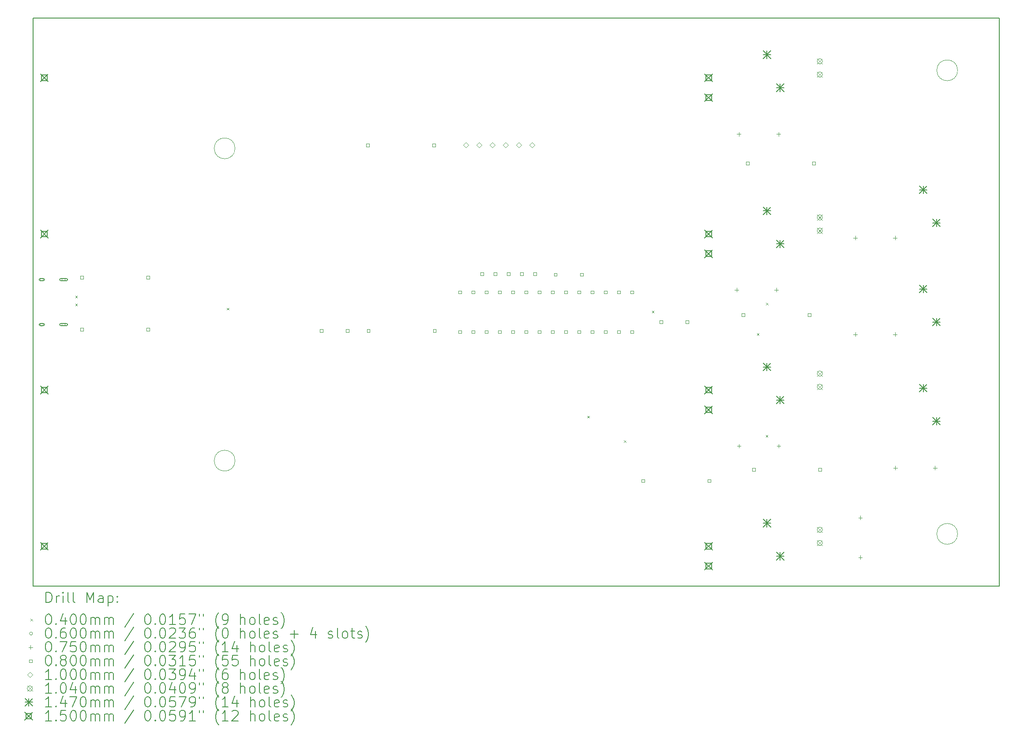
<source format=gbr>
%FSLAX45Y45*%
G04 Gerber Fmt 4.5, Leading zero omitted, Abs format (unit mm)*
G04 Created by KiCad (PCBNEW (6.0.0)) date 2023-05-21 00:13:49*
%MOMM*%
%LPD*%
G01*
G04 APERTURE LIST*
%TA.AperFunction,Profile*%
%ADD10C,0.100000*%
%TD*%
%TA.AperFunction,Profile*%
%ADD11C,0.200000*%
%TD*%
%ADD12C,0.200000*%
%ADD13C,0.040000*%
%ADD14C,0.060000*%
%ADD15C,0.075000*%
%ADD16C,0.080000*%
%ADD17C,0.100000*%
%ADD18C,0.104000*%
%ADD19C,0.147000*%
%ADD20C,0.150000*%
G04 APERTURE END LIST*
D10*
X26067000Y-12677000D02*
G75*
G03*
X26067000Y-12677000I-200000J0D01*
G01*
X26067000Y-3771000D02*
G75*
G03*
X26067000Y-3771000I-200000J0D01*
G01*
D11*
X8325000Y-2771000D02*
X26867000Y-2771000D01*
X26867000Y-2771000D02*
X26867000Y-13677000D01*
X26867000Y-13677000D02*
X8325000Y-13677000D01*
X8325000Y-13677000D02*
X8325000Y-2771000D01*
D10*
X12200000Y-11270000D02*
G75*
G03*
X12200000Y-11270000I-200000J0D01*
G01*
X12200000Y-5270000D02*
G75*
G03*
X12200000Y-5270000I-200000J0D01*
G01*
D12*
D13*
X9134000Y-8255000D02*
X9174000Y-8295000D01*
X9174000Y-8255000D02*
X9134000Y-8295000D01*
X9135000Y-8104000D02*
X9175000Y-8144000D01*
X9175000Y-8104000D02*
X9135000Y-8144000D01*
X12040000Y-8335000D02*
X12080000Y-8375000D01*
X12080000Y-8335000D02*
X12040000Y-8375000D01*
X18960000Y-10410000D02*
X19000000Y-10450000D01*
X19000000Y-10410000D02*
X18960000Y-10450000D01*
X19660000Y-10880000D02*
X19700000Y-10920000D01*
X19700000Y-10880000D02*
X19660000Y-10920000D01*
X20200000Y-8390000D02*
X20240000Y-8430000D01*
X20240000Y-8390000D02*
X20200000Y-8430000D01*
X22215000Y-8820000D02*
X22255000Y-8860000D01*
X22255000Y-8820000D02*
X22215000Y-8860000D01*
X22385000Y-10780000D02*
X22425000Y-10820000D01*
X22425000Y-10780000D02*
X22385000Y-10820000D01*
X22390000Y-8240000D02*
X22430000Y-8280000D01*
X22430000Y-8240000D02*
X22390000Y-8280000D01*
D14*
X8521500Y-7792125D02*
G75*
G03*
X8521500Y-7792125I-30000J0D01*
G01*
D12*
X8521500Y-7772125D02*
X8461500Y-7772125D01*
X8521500Y-7812125D02*
X8461500Y-7812125D01*
X8461500Y-7772125D02*
G75*
G03*
X8461500Y-7812125I0J-20000D01*
G01*
X8521500Y-7812125D02*
G75*
G03*
X8521500Y-7772125I0J20000D01*
G01*
D14*
X8521500Y-8656125D02*
G75*
G03*
X8521500Y-8656125I-30000J0D01*
G01*
D12*
X8521500Y-8636125D02*
X8461500Y-8636125D01*
X8521500Y-8676125D02*
X8461500Y-8676125D01*
X8461500Y-8636125D02*
G75*
G03*
X8461500Y-8676125I0J-20000D01*
G01*
X8521500Y-8676125D02*
G75*
G03*
X8521500Y-8636125I0J20000D01*
G01*
D14*
X8939500Y-7792125D02*
G75*
G03*
X8939500Y-7792125I-30000J0D01*
G01*
D12*
X8964500Y-7772125D02*
X8854500Y-7772125D01*
X8964500Y-7812125D02*
X8854500Y-7812125D01*
X8854500Y-7772125D02*
G75*
G03*
X8854500Y-7812125I0J-20000D01*
G01*
X8964500Y-7812125D02*
G75*
G03*
X8964500Y-7772125I0J20000D01*
G01*
D14*
X8939500Y-8656125D02*
G75*
G03*
X8939500Y-8656125I-30000J0D01*
G01*
D12*
X8964500Y-8636125D02*
X8854500Y-8636125D01*
X8964500Y-8676125D02*
X8854500Y-8676125D01*
X8854500Y-8636125D02*
G75*
G03*
X8854500Y-8676125I0J-20000D01*
G01*
X8964500Y-8676125D02*
G75*
G03*
X8964500Y-8636125I0J20000D01*
G01*
D15*
X21825000Y-7951500D02*
X21825000Y-8026500D01*
X21787500Y-7989000D02*
X21862500Y-7989000D01*
X21867000Y-4959500D02*
X21867000Y-5034500D01*
X21829500Y-4997000D02*
X21904500Y-4997000D01*
X21871500Y-10950500D02*
X21871500Y-11025500D01*
X21834000Y-10988000D02*
X21909000Y-10988000D01*
X22587000Y-7951500D02*
X22587000Y-8026500D01*
X22549500Y-7989000D02*
X22624500Y-7989000D01*
X22629000Y-4959500D02*
X22629000Y-5034500D01*
X22591500Y-4997000D02*
X22666500Y-4997000D01*
X22633500Y-10950500D02*
X22633500Y-11025500D01*
X22596000Y-10988000D02*
X22671000Y-10988000D01*
X24103000Y-6951500D02*
X24103000Y-7026500D01*
X24065500Y-6989000D02*
X24140500Y-6989000D01*
X24103000Y-8807500D02*
X24103000Y-8882500D01*
X24065500Y-8845000D02*
X24140500Y-8845000D01*
X24199000Y-12328000D02*
X24199000Y-12403000D01*
X24161500Y-12365500D02*
X24236500Y-12365500D01*
X24199000Y-13090000D02*
X24199000Y-13165000D01*
X24161500Y-13127500D02*
X24236500Y-13127500D01*
X24865000Y-6951500D02*
X24865000Y-7026500D01*
X24827500Y-6989000D02*
X24902500Y-6989000D01*
X24865000Y-8807500D02*
X24865000Y-8882500D01*
X24827500Y-8845000D02*
X24902500Y-8845000D01*
X24871500Y-11371500D02*
X24871500Y-11446500D01*
X24834000Y-11409000D02*
X24909000Y-11409000D01*
X25633500Y-11371500D02*
X25633500Y-11446500D01*
X25596000Y-11409000D02*
X25671000Y-11409000D01*
D16*
X9289910Y-7776159D02*
X9289910Y-7719590D01*
X9233341Y-7719590D01*
X9233341Y-7776159D01*
X9289910Y-7776159D01*
X9289910Y-8776285D02*
X9289910Y-8719716D01*
X9233341Y-8719716D01*
X9233341Y-8776285D01*
X9289910Y-8776285D01*
X10559910Y-7776159D02*
X10559910Y-7719590D01*
X10503341Y-7719590D01*
X10503341Y-7776159D01*
X10559910Y-7776159D01*
X10559910Y-8776285D02*
X10559910Y-8719716D01*
X10503341Y-8719716D01*
X10503341Y-8776285D01*
X10559910Y-8776285D01*
X13884284Y-8802285D02*
X13884284Y-8745716D01*
X13827715Y-8745716D01*
X13827715Y-8802285D01*
X13884284Y-8802285D01*
X14384284Y-8802285D02*
X14384284Y-8745716D01*
X14327715Y-8745716D01*
X14327715Y-8802285D01*
X14384284Y-8802285D01*
X14774284Y-5240285D02*
X14774284Y-5183716D01*
X14717715Y-5183716D01*
X14717715Y-5240285D01*
X14774284Y-5240285D01*
X14788284Y-8803285D02*
X14788284Y-8746716D01*
X14731715Y-8746716D01*
X14731715Y-8803285D01*
X14788284Y-8803285D01*
X16044284Y-5240285D02*
X16044284Y-5183716D01*
X15987715Y-5183716D01*
X15987715Y-5240285D01*
X16044284Y-5240285D01*
X16058284Y-8803285D02*
X16058284Y-8746716D01*
X16001715Y-8746716D01*
X16001715Y-8803285D01*
X16058284Y-8803285D01*
X16541784Y-8060909D02*
X16541784Y-8004340D01*
X16485215Y-8004340D01*
X16485215Y-8060909D01*
X16541784Y-8060909D01*
X16541784Y-8822910D02*
X16541784Y-8766341D01*
X16485215Y-8766341D01*
X16485215Y-8822910D01*
X16541784Y-8822910D01*
X16795785Y-8060909D02*
X16795785Y-8004340D01*
X16739215Y-8004340D01*
X16739215Y-8060909D01*
X16795785Y-8060909D01*
X16795785Y-8822910D02*
X16795785Y-8766341D01*
X16739215Y-8766341D01*
X16739215Y-8822910D01*
X16795785Y-8822910D01*
X16969285Y-7711284D02*
X16969285Y-7654715D01*
X16912716Y-7654715D01*
X16912716Y-7711284D01*
X16969285Y-7711284D01*
X17049785Y-8060909D02*
X17049785Y-8004340D01*
X16993216Y-8004340D01*
X16993216Y-8060909D01*
X17049785Y-8060909D01*
X17049785Y-8822910D02*
X17049785Y-8766341D01*
X16993216Y-8766341D01*
X16993216Y-8822910D01*
X17049785Y-8822910D01*
X17223285Y-7711284D02*
X17223285Y-7654715D01*
X17166716Y-7654715D01*
X17166716Y-7711284D01*
X17223285Y-7711284D01*
X17303785Y-8060909D02*
X17303785Y-8004340D01*
X17247216Y-8004340D01*
X17247216Y-8060909D01*
X17303785Y-8060909D01*
X17303785Y-8822910D02*
X17303785Y-8766341D01*
X17247216Y-8766341D01*
X17247216Y-8822910D01*
X17303785Y-8822910D01*
X17477285Y-7711284D02*
X17477285Y-7654715D01*
X17420716Y-7654715D01*
X17420716Y-7711284D01*
X17477285Y-7711284D01*
X17557785Y-8060909D02*
X17557785Y-8004340D01*
X17501216Y-8004340D01*
X17501216Y-8060909D01*
X17557785Y-8060909D01*
X17557785Y-8822910D02*
X17557785Y-8766341D01*
X17501216Y-8766341D01*
X17501216Y-8822910D01*
X17557785Y-8822910D01*
X17731285Y-7711284D02*
X17731285Y-7654715D01*
X17674716Y-7654715D01*
X17674716Y-7711284D01*
X17731285Y-7711284D01*
X17811785Y-8060909D02*
X17811785Y-8004340D01*
X17755216Y-8004340D01*
X17755216Y-8060909D01*
X17811785Y-8060909D01*
X17811785Y-8822910D02*
X17811785Y-8766341D01*
X17755216Y-8766341D01*
X17755216Y-8822910D01*
X17811785Y-8822910D01*
X17985285Y-7711284D02*
X17985285Y-7654715D01*
X17928716Y-7654715D01*
X17928716Y-7711284D01*
X17985285Y-7711284D01*
X18065785Y-8060909D02*
X18065785Y-8004340D01*
X18009216Y-8004340D01*
X18009216Y-8060909D01*
X18065785Y-8060909D01*
X18065785Y-8822910D02*
X18065785Y-8766341D01*
X18009216Y-8766341D01*
X18009216Y-8822910D01*
X18065785Y-8822910D01*
X18319785Y-8060909D02*
X18319785Y-8004340D01*
X18263216Y-8004340D01*
X18263216Y-8060909D01*
X18319785Y-8060909D01*
X18319785Y-8822910D02*
X18319785Y-8766341D01*
X18263216Y-8766341D01*
X18263216Y-8822910D01*
X18319785Y-8822910D01*
X18378285Y-7723284D02*
X18378285Y-7666715D01*
X18321716Y-7666715D01*
X18321716Y-7723284D01*
X18378285Y-7723284D01*
X18573785Y-8060909D02*
X18573785Y-8004340D01*
X18517216Y-8004340D01*
X18517216Y-8060909D01*
X18573785Y-8060909D01*
X18573785Y-8822910D02*
X18573785Y-8766341D01*
X18517216Y-8766341D01*
X18517216Y-8822910D01*
X18573785Y-8822910D01*
X18827785Y-8060909D02*
X18827785Y-8004340D01*
X18771216Y-8004340D01*
X18771216Y-8060909D01*
X18827785Y-8060909D01*
X18827785Y-8822910D02*
X18827785Y-8766341D01*
X18771216Y-8766341D01*
X18771216Y-8822910D01*
X18827785Y-8822910D01*
X18878285Y-7723284D02*
X18878285Y-7666715D01*
X18821716Y-7666715D01*
X18821716Y-7723284D01*
X18878285Y-7723284D01*
X19081785Y-8060909D02*
X19081785Y-8004340D01*
X19025216Y-8004340D01*
X19025216Y-8060909D01*
X19081785Y-8060909D01*
X19081785Y-8822910D02*
X19081785Y-8766341D01*
X19025216Y-8766341D01*
X19025216Y-8822910D01*
X19081785Y-8822910D01*
X19335785Y-8060909D02*
X19335785Y-8004340D01*
X19279216Y-8004340D01*
X19279216Y-8060909D01*
X19335785Y-8060909D01*
X19335785Y-8822910D02*
X19335785Y-8766341D01*
X19279216Y-8766341D01*
X19279216Y-8822910D01*
X19335785Y-8822910D01*
X19589785Y-8060909D02*
X19589785Y-8004340D01*
X19533216Y-8004340D01*
X19533216Y-8060909D01*
X19589785Y-8060909D01*
X19589785Y-8822910D02*
X19589785Y-8766341D01*
X19533216Y-8766341D01*
X19533216Y-8822910D01*
X19589785Y-8822910D01*
X19843785Y-8060909D02*
X19843785Y-8004340D01*
X19787216Y-8004340D01*
X19787216Y-8060909D01*
X19843785Y-8060909D01*
X19843785Y-8822910D02*
X19843785Y-8766341D01*
X19787216Y-8766341D01*
X19787216Y-8822910D01*
X19843785Y-8822910D01*
X20057285Y-11685284D02*
X20057285Y-11628715D01*
X20000716Y-11628715D01*
X20000716Y-11685284D01*
X20057285Y-11685284D01*
X20406410Y-8633410D02*
X20406410Y-8576841D01*
X20349841Y-8576841D01*
X20349841Y-8633410D01*
X20406410Y-8633410D01*
X20906410Y-8633410D02*
X20906410Y-8576841D01*
X20849841Y-8576841D01*
X20849841Y-8633410D01*
X20906410Y-8633410D01*
X21327285Y-11685284D02*
X21327285Y-11628715D01*
X21270716Y-11628715D01*
X21270716Y-11685284D01*
X21327285Y-11685284D01*
X21978285Y-8495285D02*
X21978285Y-8438716D01*
X21921716Y-8438716D01*
X21921716Y-8495285D01*
X21978285Y-8495285D01*
X22062285Y-5582285D02*
X22062285Y-5525716D01*
X22005716Y-5525716D01*
X22005716Y-5582285D01*
X22062285Y-5582285D01*
X22184285Y-11470284D02*
X22184285Y-11413715D01*
X22127716Y-11413715D01*
X22127716Y-11470284D01*
X22184285Y-11470284D01*
X23248284Y-8495285D02*
X23248284Y-8438716D01*
X23191715Y-8438716D01*
X23191715Y-8495285D01*
X23248284Y-8495285D01*
X23332284Y-5582285D02*
X23332284Y-5525716D01*
X23275715Y-5525716D01*
X23275715Y-5582285D01*
X23332284Y-5582285D01*
X23454284Y-11470284D02*
X23454284Y-11413715D01*
X23397715Y-11413715D01*
X23397715Y-11470284D01*
X23454284Y-11470284D01*
D17*
X16632000Y-5256000D02*
X16682000Y-5206000D01*
X16632000Y-5156000D01*
X16582000Y-5206000D01*
X16632000Y-5256000D01*
X16886000Y-5256000D02*
X16936000Y-5206000D01*
X16886000Y-5156000D01*
X16836000Y-5206000D01*
X16886000Y-5256000D01*
X17140000Y-5256000D02*
X17190000Y-5206000D01*
X17140000Y-5156000D01*
X17090000Y-5206000D01*
X17140000Y-5256000D01*
X17394000Y-5256000D02*
X17444000Y-5206000D01*
X17394000Y-5156000D01*
X17344000Y-5206000D01*
X17394000Y-5256000D01*
X17648000Y-5256000D02*
X17698000Y-5206000D01*
X17648000Y-5156000D01*
X17598000Y-5206000D01*
X17648000Y-5256000D01*
X17902000Y-5256000D02*
X17952000Y-5206000D01*
X17902000Y-5156000D01*
X17852000Y-5206000D01*
X17902000Y-5256000D01*
D18*
X23370500Y-3545125D02*
X23474500Y-3649125D01*
X23474500Y-3545125D02*
X23370500Y-3649125D01*
X23474500Y-3597125D02*
G75*
G03*
X23474500Y-3597125I-52000J0D01*
G01*
X23370500Y-3799125D02*
X23474500Y-3903125D01*
X23474500Y-3799125D02*
X23370500Y-3903125D01*
X23474500Y-3851125D02*
G75*
G03*
X23474500Y-3851125I-52000J0D01*
G01*
X23370500Y-6545125D02*
X23474500Y-6649125D01*
X23474500Y-6545125D02*
X23370500Y-6649125D01*
X23474500Y-6597125D02*
G75*
G03*
X23474500Y-6597125I-52000J0D01*
G01*
X23370500Y-6799125D02*
X23474500Y-6903125D01*
X23474500Y-6799125D02*
X23370500Y-6903125D01*
X23474500Y-6851125D02*
G75*
G03*
X23474500Y-6851125I-52000J0D01*
G01*
X23370500Y-9545125D02*
X23474500Y-9649125D01*
X23474500Y-9545125D02*
X23370500Y-9649125D01*
X23474500Y-9597125D02*
G75*
G03*
X23474500Y-9597125I-52000J0D01*
G01*
X23370500Y-9799125D02*
X23474500Y-9903125D01*
X23474500Y-9799125D02*
X23370500Y-9903125D01*
X23474500Y-9851125D02*
G75*
G03*
X23474500Y-9851125I-52000J0D01*
G01*
X23370500Y-12545125D02*
X23474500Y-12649125D01*
X23474500Y-12545125D02*
X23370500Y-12649125D01*
X23474500Y-12597125D02*
G75*
G03*
X23474500Y-12597125I-52000J0D01*
G01*
X23370500Y-12799125D02*
X23474500Y-12903125D01*
X23474500Y-12799125D02*
X23370500Y-12903125D01*
X23474500Y-12851125D02*
G75*
G03*
X23474500Y-12851125I-52000J0D01*
G01*
D19*
X22333000Y-3396625D02*
X22480000Y-3543625D01*
X22480000Y-3396625D02*
X22333000Y-3543625D01*
X22406500Y-3396625D02*
X22406500Y-3543625D01*
X22333000Y-3470125D02*
X22480000Y-3470125D01*
X22333000Y-6396625D02*
X22480000Y-6543625D01*
X22480000Y-6396625D02*
X22333000Y-6543625D01*
X22406500Y-6396625D02*
X22406500Y-6543625D01*
X22333000Y-6470125D02*
X22480000Y-6470125D01*
X22333000Y-9396625D02*
X22480000Y-9543625D01*
X22480000Y-9396625D02*
X22333000Y-9543625D01*
X22406500Y-9396625D02*
X22406500Y-9543625D01*
X22333000Y-9470125D02*
X22480000Y-9470125D01*
X22333000Y-12396625D02*
X22480000Y-12543625D01*
X22480000Y-12396625D02*
X22333000Y-12543625D01*
X22406500Y-12396625D02*
X22406500Y-12543625D01*
X22333000Y-12470125D02*
X22480000Y-12470125D01*
X22587000Y-4031625D02*
X22734000Y-4178625D01*
X22734000Y-4031625D02*
X22587000Y-4178625D01*
X22660500Y-4031625D02*
X22660500Y-4178625D01*
X22587000Y-4105125D02*
X22734000Y-4105125D01*
X22587000Y-7031625D02*
X22734000Y-7178625D01*
X22734000Y-7031625D02*
X22587000Y-7178625D01*
X22660500Y-7031625D02*
X22660500Y-7178625D01*
X22587000Y-7105125D02*
X22734000Y-7105125D01*
X22587000Y-10031625D02*
X22734000Y-10178625D01*
X22734000Y-10031625D02*
X22587000Y-10178625D01*
X22660500Y-10031625D02*
X22660500Y-10178625D01*
X22587000Y-10105125D02*
X22734000Y-10105125D01*
X22587000Y-13031625D02*
X22734000Y-13178625D01*
X22734000Y-13031625D02*
X22587000Y-13178625D01*
X22660500Y-13031625D02*
X22660500Y-13178625D01*
X22587000Y-13105125D02*
X22734000Y-13105125D01*
X25333000Y-5991625D02*
X25480000Y-6138625D01*
X25480000Y-5991625D02*
X25333000Y-6138625D01*
X25406500Y-5991625D02*
X25406500Y-6138625D01*
X25333000Y-6065125D02*
X25480000Y-6065125D01*
X25333000Y-7896625D02*
X25480000Y-8043625D01*
X25480000Y-7896625D02*
X25333000Y-8043625D01*
X25406500Y-7896625D02*
X25406500Y-8043625D01*
X25333000Y-7970125D02*
X25480000Y-7970125D01*
X25333000Y-9801625D02*
X25480000Y-9948625D01*
X25480000Y-9801625D02*
X25333000Y-9948625D01*
X25406500Y-9801625D02*
X25406500Y-9948625D01*
X25333000Y-9875125D02*
X25480000Y-9875125D01*
X25587000Y-6626625D02*
X25734000Y-6773625D01*
X25734000Y-6626625D02*
X25587000Y-6773625D01*
X25660500Y-6626625D02*
X25660500Y-6773625D01*
X25587000Y-6700125D02*
X25734000Y-6700125D01*
X25587000Y-8531625D02*
X25734000Y-8678625D01*
X25734000Y-8531625D02*
X25587000Y-8678625D01*
X25660500Y-8531625D02*
X25660500Y-8678625D01*
X25587000Y-8605125D02*
X25734000Y-8605125D01*
X25587000Y-10436625D02*
X25734000Y-10583625D01*
X25734000Y-10436625D02*
X25587000Y-10583625D01*
X25660500Y-10436625D02*
X25660500Y-10583625D01*
X25587000Y-10510125D02*
X25734000Y-10510125D01*
D20*
X8464500Y-3839125D02*
X8614500Y-3989125D01*
X8614500Y-3839125D02*
X8464500Y-3989125D01*
X8592534Y-3967158D02*
X8592534Y-3861091D01*
X8486467Y-3861091D01*
X8486467Y-3967158D01*
X8592534Y-3967158D01*
X8464500Y-6839125D02*
X8614500Y-6989125D01*
X8614500Y-6839125D02*
X8464500Y-6989125D01*
X8592534Y-6967158D02*
X8592534Y-6861091D01*
X8486467Y-6861091D01*
X8486467Y-6967158D01*
X8592534Y-6967158D01*
X8464500Y-9839125D02*
X8614500Y-9989125D01*
X8614500Y-9839125D02*
X8464500Y-9989125D01*
X8592534Y-9967159D02*
X8592534Y-9861092D01*
X8486467Y-9861092D01*
X8486467Y-9967159D01*
X8592534Y-9967159D01*
X8464500Y-12839125D02*
X8614500Y-12989125D01*
X8614500Y-12839125D02*
X8464500Y-12989125D01*
X8592534Y-12967158D02*
X8592534Y-12861091D01*
X8486467Y-12861091D01*
X8486467Y-12967158D01*
X8592534Y-12967158D01*
X21214500Y-3839125D02*
X21364500Y-3989125D01*
X21364500Y-3839125D02*
X21214500Y-3989125D01*
X21342534Y-3967158D02*
X21342534Y-3861091D01*
X21236467Y-3861091D01*
X21236467Y-3967158D01*
X21342534Y-3967158D01*
X21214500Y-4219125D02*
X21364500Y-4369125D01*
X21364500Y-4219125D02*
X21214500Y-4369125D01*
X21342534Y-4347159D02*
X21342534Y-4241092D01*
X21236467Y-4241092D01*
X21236467Y-4347159D01*
X21342534Y-4347159D01*
X21214500Y-6839125D02*
X21364500Y-6989125D01*
X21364500Y-6839125D02*
X21214500Y-6989125D01*
X21342534Y-6967158D02*
X21342534Y-6861091D01*
X21236467Y-6861091D01*
X21236467Y-6967158D01*
X21342534Y-6967158D01*
X21214500Y-7219125D02*
X21364500Y-7369125D01*
X21364500Y-7219125D02*
X21214500Y-7369125D01*
X21342534Y-7347158D02*
X21342534Y-7241091D01*
X21236467Y-7241091D01*
X21236467Y-7347158D01*
X21342534Y-7347158D01*
X21214500Y-9839125D02*
X21364500Y-9989125D01*
X21364500Y-9839125D02*
X21214500Y-9989125D01*
X21342534Y-9967159D02*
X21342534Y-9861092D01*
X21236467Y-9861092D01*
X21236467Y-9967159D01*
X21342534Y-9967159D01*
X21214500Y-10219125D02*
X21364500Y-10369125D01*
X21364500Y-10219125D02*
X21214500Y-10369125D01*
X21342534Y-10347159D02*
X21342534Y-10241092D01*
X21236467Y-10241092D01*
X21236467Y-10347159D01*
X21342534Y-10347159D01*
X21214500Y-12839125D02*
X21364500Y-12989125D01*
X21364500Y-12839125D02*
X21214500Y-12989125D01*
X21342534Y-12967158D02*
X21342534Y-12861091D01*
X21236467Y-12861091D01*
X21236467Y-12967158D01*
X21342534Y-12967158D01*
X21214500Y-13219125D02*
X21364500Y-13369125D01*
X21364500Y-13219125D02*
X21214500Y-13369125D01*
X21342534Y-13347158D02*
X21342534Y-13241091D01*
X21236467Y-13241091D01*
X21236467Y-13347158D01*
X21342534Y-13347158D01*
D12*
X8572619Y-13997476D02*
X8572619Y-13797476D01*
X8620238Y-13797476D01*
X8648810Y-13807000D01*
X8667857Y-13826048D01*
X8677381Y-13845095D01*
X8686905Y-13883190D01*
X8686905Y-13911762D01*
X8677381Y-13949857D01*
X8667857Y-13968905D01*
X8648810Y-13987952D01*
X8620238Y-13997476D01*
X8572619Y-13997476D01*
X8772619Y-13997476D02*
X8772619Y-13864143D01*
X8772619Y-13902238D02*
X8782143Y-13883190D01*
X8791667Y-13873667D01*
X8810714Y-13864143D01*
X8829762Y-13864143D01*
X8896429Y-13997476D02*
X8896429Y-13864143D01*
X8896429Y-13797476D02*
X8886905Y-13807000D01*
X8896429Y-13816524D01*
X8905952Y-13807000D01*
X8896429Y-13797476D01*
X8896429Y-13816524D01*
X9020238Y-13997476D02*
X9001190Y-13987952D01*
X8991667Y-13968905D01*
X8991667Y-13797476D01*
X9125000Y-13997476D02*
X9105952Y-13987952D01*
X9096429Y-13968905D01*
X9096429Y-13797476D01*
X9353571Y-13997476D02*
X9353571Y-13797476D01*
X9420238Y-13940333D01*
X9486905Y-13797476D01*
X9486905Y-13997476D01*
X9667857Y-13997476D02*
X9667857Y-13892714D01*
X9658333Y-13873667D01*
X9639286Y-13864143D01*
X9601190Y-13864143D01*
X9582143Y-13873667D01*
X9667857Y-13987952D02*
X9648810Y-13997476D01*
X9601190Y-13997476D01*
X9582143Y-13987952D01*
X9572619Y-13968905D01*
X9572619Y-13949857D01*
X9582143Y-13930809D01*
X9601190Y-13921286D01*
X9648810Y-13921286D01*
X9667857Y-13911762D01*
X9763095Y-13864143D02*
X9763095Y-14064143D01*
X9763095Y-13873667D02*
X9782143Y-13864143D01*
X9820238Y-13864143D01*
X9839286Y-13873667D01*
X9848810Y-13883190D01*
X9858333Y-13902238D01*
X9858333Y-13959381D01*
X9848810Y-13978428D01*
X9839286Y-13987952D01*
X9820238Y-13997476D01*
X9782143Y-13997476D01*
X9763095Y-13987952D01*
X9944048Y-13978428D02*
X9953571Y-13987952D01*
X9944048Y-13997476D01*
X9934524Y-13987952D01*
X9944048Y-13978428D01*
X9944048Y-13997476D01*
X9944048Y-13873667D02*
X9953571Y-13883190D01*
X9944048Y-13892714D01*
X9934524Y-13883190D01*
X9944048Y-13873667D01*
X9944048Y-13892714D01*
D13*
X8275000Y-14307000D02*
X8315000Y-14347000D01*
X8315000Y-14307000D02*
X8275000Y-14347000D01*
D12*
X8610714Y-14217476D02*
X8629762Y-14217476D01*
X8648810Y-14227000D01*
X8658333Y-14236524D01*
X8667857Y-14255571D01*
X8677381Y-14293667D01*
X8677381Y-14341286D01*
X8667857Y-14379381D01*
X8658333Y-14398428D01*
X8648810Y-14407952D01*
X8629762Y-14417476D01*
X8610714Y-14417476D01*
X8591667Y-14407952D01*
X8582143Y-14398428D01*
X8572619Y-14379381D01*
X8563095Y-14341286D01*
X8563095Y-14293667D01*
X8572619Y-14255571D01*
X8582143Y-14236524D01*
X8591667Y-14227000D01*
X8610714Y-14217476D01*
X8763095Y-14398428D02*
X8772619Y-14407952D01*
X8763095Y-14417476D01*
X8753571Y-14407952D01*
X8763095Y-14398428D01*
X8763095Y-14417476D01*
X8944048Y-14284143D02*
X8944048Y-14417476D01*
X8896429Y-14207952D02*
X8848810Y-14350809D01*
X8972619Y-14350809D01*
X9086905Y-14217476D02*
X9105952Y-14217476D01*
X9125000Y-14227000D01*
X9134524Y-14236524D01*
X9144048Y-14255571D01*
X9153571Y-14293667D01*
X9153571Y-14341286D01*
X9144048Y-14379381D01*
X9134524Y-14398428D01*
X9125000Y-14407952D01*
X9105952Y-14417476D01*
X9086905Y-14417476D01*
X9067857Y-14407952D01*
X9058333Y-14398428D01*
X9048810Y-14379381D01*
X9039286Y-14341286D01*
X9039286Y-14293667D01*
X9048810Y-14255571D01*
X9058333Y-14236524D01*
X9067857Y-14227000D01*
X9086905Y-14217476D01*
X9277381Y-14217476D02*
X9296429Y-14217476D01*
X9315476Y-14227000D01*
X9325000Y-14236524D01*
X9334524Y-14255571D01*
X9344048Y-14293667D01*
X9344048Y-14341286D01*
X9334524Y-14379381D01*
X9325000Y-14398428D01*
X9315476Y-14407952D01*
X9296429Y-14417476D01*
X9277381Y-14417476D01*
X9258333Y-14407952D01*
X9248810Y-14398428D01*
X9239286Y-14379381D01*
X9229762Y-14341286D01*
X9229762Y-14293667D01*
X9239286Y-14255571D01*
X9248810Y-14236524D01*
X9258333Y-14227000D01*
X9277381Y-14217476D01*
X9429762Y-14417476D02*
X9429762Y-14284143D01*
X9429762Y-14303190D02*
X9439286Y-14293667D01*
X9458333Y-14284143D01*
X9486905Y-14284143D01*
X9505952Y-14293667D01*
X9515476Y-14312714D01*
X9515476Y-14417476D01*
X9515476Y-14312714D02*
X9525000Y-14293667D01*
X9544048Y-14284143D01*
X9572619Y-14284143D01*
X9591667Y-14293667D01*
X9601190Y-14312714D01*
X9601190Y-14417476D01*
X9696429Y-14417476D02*
X9696429Y-14284143D01*
X9696429Y-14303190D02*
X9705952Y-14293667D01*
X9725000Y-14284143D01*
X9753571Y-14284143D01*
X9772619Y-14293667D01*
X9782143Y-14312714D01*
X9782143Y-14417476D01*
X9782143Y-14312714D02*
X9791667Y-14293667D01*
X9810714Y-14284143D01*
X9839286Y-14284143D01*
X9858333Y-14293667D01*
X9867857Y-14312714D01*
X9867857Y-14417476D01*
X10258333Y-14207952D02*
X10086905Y-14465095D01*
X10515476Y-14217476D02*
X10534524Y-14217476D01*
X10553571Y-14227000D01*
X10563095Y-14236524D01*
X10572619Y-14255571D01*
X10582143Y-14293667D01*
X10582143Y-14341286D01*
X10572619Y-14379381D01*
X10563095Y-14398428D01*
X10553571Y-14407952D01*
X10534524Y-14417476D01*
X10515476Y-14417476D01*
X10496429Y-14407952D01*
X10486905Y-14398428D01*
X10477381Y-14379381D01*
X10467857Y-14341286D01*
X10467857Y-14293667D01*
X10477381Y-14255571D01*
X10486905Y-14236524D01*
X10496429Y-14227000D01*
X10515476Y-14217476D01*
X10667857Y-14398428D02*
X10677381Y-14407952D01*
X10667857Y-14417476D01*
X10658333Y-14407952D01*
X10667857Y-14398428D01*
X10667857Y-14417476D01*
X10801190Y-14217476D02*
X10820238Y-14217476D01*
X10839286Y-14227000D01*
X10848810Y-14236524D01*
X10858333Y-14255571D01*
X10867857Y-14293667D01*
X10867857Y-14341286D01*
X10858333Y-14379381D01*
X10848810Y-14398428D01*
X10839286Y-14407952D01*
X10820238Y-14417476D01*
X10801190Y-14417476D01*
X10782143Y-14407952D01*
X10772619Y-14398428D01*
X10763095Y-14379381D01*
X10753571Y-14341286D01*
X10753571Y-14293667D01*
X10763095Y-14255571D01*
X10772619Y-14236524D01*
X10782143Y-14227000D01*
X10801190Y-14217476D01*
X11058333Y-14417476D02*
X10944048Y-14417476D01*
X11001190Y-14417476D02*
X11001190Y-14217476D01*
X10982143Y-14246048D01*
X10963095Y-14265095D01*
X10944048Y-14274619D01*
X11239286Y-14217476D02*
X11144048Y-14217476D01*
X11134524Y-14312714D01*
X11144048Y-14303190D01*
X11163095Y-14293667D01*
X11210714Y-14293667D01*
X11229762Y-14303190D01*
X11239286Y-14312714D01*
X11248809Y-14331762D01*
X11248809Y-14379381D01*
X11239286Y-14398428D01*
X11229762Y-14407952D01*
X11210714Y-14417476D01*
X11163095Y-14417476D01*
X11144048Y-14407952D01*
X11134524Y-14398428D01*
X11315476Y-14217476D02*
X11448809Y-14217476D01*
X11363095Y-14417476D01*
X11515476Y-14217476D02*
X11515476Y-14255571D01*
X11591667Y-14217476D02*
X11591667Y-14255571D01*
X11886905Y-14493667D02*
X11877381Y-14484143D01*
X11858333Y-14455571D01*
X11848809Y-14436524D01*
X11839286Y-14407952D01*
X11829762Y-14360333D01*
X11829762Y-14322238D01*
X11839286Y-14274619D01*
X11848809Y-14246048D01*
X11858333Y-14227000D01*
X11877381Y-14198428D01*
X11886905Y-14188905D01*
X11972619Y-14417476D02*
X12010714Y-14417476D01*
X12029762Y-14407952D01*
X12039286Y-14398428D01*
X12058333Y-14369857D01*
X12067857Y-14331762D01*
X12067857Y-14255571D01*
X12058333Y-14236524D01*
X12048809Y-14227000D01*
X12029762Y-14217476D01*
X11991667Y-14217476D01*
X11972619Y-14227000D01*
X11963095Y-14236524D01*
X11953571Y-14255571D01*
X11953571Y-14303190D01*
X11963095Y-14322238D01*
X11972619Y-14331762D01*
X11991667Y-14341286D01*
X12029762Y-14341286D01*
X12048809Y-14331762D01*
X12058333Y-14322238D01*
X12067857Y-14303190D01*
X12305952Y-14417476D02*
X12305952Y-14217476D01*
X12391667Y-14417476D02*
X12391667Y-14312714D01*
X12382143Y-14293667D01*
X12363095Y-14284143D01*
X12334524Y-14284143D01*
X12315476Y-14293667D01*
X12305952Y-14303190D01*
X12515476Y-14417476D02*
X12496428Y-14407952D01*
X12486905Y-14398428D01*
X12477381Y-14379381D01*
X12477381Y-14322238D01*
X12486905Y-14303190D01*
X12496428Y-14293667D01*
X12515476Y-14284143D01*
X12544048Y-14284143D01*
X12563095Y-14293667D01*
X12572619Y-14303190D01*
X12582143Y-14322238D01*
X12582143Y-14379381D01*
X12572619Y-14398428D01*
X12563095Y-14407952D01*
X12544048Y-14417476D01*
X12515476Y-14417476D01*
X12696428Y-14417476D02*
X12677381Y-14407952D01*
X12667857Y-14388905D01*
X12667857Y-14217476D01*
X12848809Y-14407952D02*
X12829762Y-14417476D01*
X12791667Y-14417476D01*
X12772619Y-14407952D01*
X12763095Y-14388905D01*
X12763095Y-14312714D01*
X12772619Y-14293667D01*
X12791667Y-14284143D01*
X12829762Y-14284143D01*
X12848809Y-14293667D01*
X12858333Y-14312714D01*
X12858333Y-14331762D01*
X12763095Y-14350809D01*
X12934524Y-14407952D02*
X12953571Y-14417476D01*
X12991667Y-14417476D01*
X13010714Y-14407952D01*
X13020238Y-14388905D01*
X13020238Y-14379381D01*
X13010714Y-14360333D01*
X12991667Y-14350809D01*
X12963095Y-14350809D01*
X12944048Y-14341286D01*
X12934524Y-14322238D01*
X12934524Y-14312714D01*
X12944048Y-14293667D01*
X12963095Y-14284143D01*
X12991667Y-14284143D01*
X13010714Y-14293667D01*
X13086905Y-14493667D02*
X13096428Y-14484143D01*
X13115476Y-14455571D01*
X13125000Y-14436524D01*
X13134524Y-14407952D01*
X13144048Y-14360333D01*
X13144048Y-14322238D01*
X13134524Y-14274619D01*
X13125000Y-14246048D01*
X13115476Y-14227000D01*
X13096428Y-14198428D01*
X13086905Y-14188905D01*
D14*
X8315000Y-14591000D02*
G75*
G03*
X8315000Y-14591000I-30000J0D01*
G01*
D12*
X8610714Y-14481476D02*
X8629762Y-14481476D01*
X8648810Y-14491000D01*
X8658333Y-14500524D01*
X8667857Y-14519571D01*
X8677381Y-14557667D01*
X8677381Y-14605286D01*
X8667857Y-14643381D01*
X8658333Y-14662428D01*
X8648810Y-14671952D01*
X8629762Y-14681476D01*
X8610714Y-14681476D01*
X8591667Y-14671952D01*
X8582143Y-14662428D01*
X8572619Y-14643381D01*
X8563095Y-14605286D01*
X8563095Y-14557667D01*
X8572619Y-14519571D01*
X8582143Y-14500524D01*
X8591667Y-14491000D01*
X8610714Y-14481476D01*
X8763095Y-14662428D02*
X8772619Y-14671952D01*
X8763095Y-14681476D01*
X8753571Y-14671952D01*
X8763095Y-14662428D01*
X8763095Y-14681476D01*
X8944048Y-14481476D02*
X8905952Y-14481476D01*
X8886905Y-14491000D01*
X8877381Y-14500524D01*
X8858333Y-14529095D01*
X8848810Y-14567190D01*
X8848810Y-14643381D01*
X8858333Y-14662428D01*
X8867857Y-14671952D01*
X8886905Y-14681476D01*
X8925000Y-14681476D01*
X8944048Y-14671952D01*
X8953571Y-14662428D01*
X8963095Y-14643381D01*
X8963095Y-14595762D01*
X8953571Y-14576714D01*
X8944048Y-14567190D01*
X8925000Y-14557667D01*
X8886905Y-14557667D01*
X8867857Y-14567190D01*
X8858333Y-14576714D01*
X8848810Y-14595762D01*
X9086905Y-14481476D02*
X9105952Y-14481476D01*
X9125000Y-14491000D01*
X9134524Y-14500524D01*
X9144048Y-14519571D01*
X9153571Y-14557667D01*
X9153571Y-14605286D01*
X9144048Y-14643381D01*
X9134524Y-14662428D01*
X9125000Y-14671952D01*
X9105952Y-14681476D01*
X9086905Y-14681476D01*
X9067857Y-14671952D01*
X9058333Y-14662428D01*
X9048810Y-14643381D01*
X9039286Y-14605286D01*
X9039286Y-14557667D01*
X9048810Y-14519571D01*
X9058333Y-14500524D01*
X9067857Y-14491000D01*
X9086905Y-14481476D01*
X9277381Y-14481476D02*
X9296429Y-14481476D01*
X9315476Y-14491000D01*
X9325000Y-14500524D01*
X9334524Y-14519571D01*
X9344048Y-14557667D01*
X9344048Y-14605286D01*
X9334524Y-14643381D01*
X9325000Y-14662428D01*
X9315476Y-14671952D01*
X9296429Y-14681476D01*
X9277381Y-14681476D01*
X9258333Y-14671952D01*
X9248810Y-14662428D01*
X9239286Y-14643381D01*
X9229762Y-14605286D01*
X9229762Y-14557667D01*
X9239286Y-14519571D01*
X9248810Y-14500524D01*
X9258333Y-14491000D01*
X9277381Y-14481476D01*
X9429762Y-14681476D02*
X9429762Y-14548143D01*
X9429762Y-14567190D02*
X9439286Y-14557667D01*
X9458333Y-14548143D01*
X9486905Y-14548143D01*
X9505952Y-14557667D01*
X9515476Y-14576714D01*
X9515476Y-14681476D01*
X9515476Y-14576714D02*
X9525000Y-14557667D01*
X9544048Y-14548143D01*
X9572619Y-14548143D01*
X9591667Y-14557667D01*
X9601190Y-14576714D01*
X9601190Y-14681476D01*
X9696429Y-14681476D02*
X9696429Y-14548143D01*
X9696429Y-14567190D02*
X9705952Y-14557667D01*
X9725000Y-14548143D01*
X9753571Y-14548143D01*
X9772619Y-14557667D01*
X9782143Y-14576714D01*
X9782143Y-14681476D01*
X9782143Y-14576714D02*
X9791667Y-14557667D01*
X9810714Y-14548143D01*
X9839286Y-14548143D01*
X9858333Y-14557667D01*
X9867857Y-14576714D01*
X9867857Y-14681476D01*
X10258333Y-14471952D02*
X10086905Y-14729095D01*
X10515476Y-14481476D02*
X10534524Y-14481476D01*
X10553571Y-14491000D01*
X10563095Y-14500524D01*
X10572619Y-14519571D01*
X10582143Y-14557667D01*
X10582143Y-14605286D01*
X10572619Y-14643381D01*
X10563095Y-14662428D01*
X10553571Y-14671952D01*
X10534524Y-14681476D01*
X10515476Y-14681476D01*
X10496429Y-14671952D01*
X10486905Y-14662428D01*
X10477381Y-14643381D01*
X10467857Y-14605286D01*
X10467857Y-14557667D01*
X10477381Y-14519571D01*
X10486905Y-14500524D01*
X10496429Y-14491000D01*
X10515476Y-14481476D01*
X10667857Y-14662428D02*
X10677381Y-14671952D01*
X10667857Y-14681476D01*
X10658333Y-14671952D01*
X10667857Y-14662428D01*
X10667857Y-14681476D01*
X10801190Y-14481476D02*
X10820238Y-14481476D01*
X10839286Y-14491000D01*
X10848810Y-14500524D01*
X10858333Y-14519571D01*
X10867857Y-14557667D01*
X10867857Y-14605286D01*
X10858333Y-14643381D01*
X10848810Y-14662428D01*
X10839286Y-14671952D01*
X10820238Y-14681476D01*
X10801190Y-14681476D01*
X10782143Y-14671952D01*
X10772619Y-14662428D01*
X10763095Y-14643381D01*
X10753571Y-14605286D01*
X10753571Y-14557667D01*
X10763095Y-14519571D01*
X10772619Y-14500524D01*
X10782143Y-14491000D01*
X10801190Y-14481476D01*
X10944048Y-14500524D02*
X10953571Y-14491000D01*
X10972619Y-14481476D01*
X11020238Y-14481476D01*
X11039286Y-14491000D01*
X11048810Y-14500524D01*
X11058333Y-14519571D01*
X11058333Y-14538619D01*
X11048810Y-14567190D01*
X10934524Y-14681476D01*
X11058333Y-14681476D01*
X11125000Y-14481476D02*
X11248809Y-14481476D01*
X11182143Y-14557667D01*
X11210714Y-14557667D01*
X11229762Y-14567190D01*
X11239286Y-14576714D01*
X11248809Y-14595762D01*
X11248809Y-14643381D01*
X11239286Y-14662428D01*
X11229762Y-14671952D01*
X11210714Y-14681476D01*
X11153571Y-14681476D01*
X11134524Y-14671952D01*
X11125000Y-14662428D01*
X11420238Y-14481476D02*
X11382143Y-14481476D01*
X11363095Y-14491000D01*
X11353571Y-14500524D01*
X11334524Y-14529095D01*
X11325000Y-14567190D01*
X11325000Y-14643381D01*
X11334524Y-14662428D01*
X11344048Y-14671952D01*
X11363095Y-14681476D01*
X11401190Y-14681476D01*
X11420238Y-14671952D01*
X11429762Y-14662428D01*
X11439286Y-14643381D01*
X11439286Y-14595762D01*
X11429762Y-14576714D01*
X11420238Y-14567190D01*
X11401190Y-14557667D01*
X11363095Y-14557667D01*
X11344048Y-14567190D01*
X11334524Y-14576714D01*
X11325000Y-14595762D01*
X11515476Y-14481476D02*
X11515476Y-14519571D01*
X11591667Y-14481476D02*
X11591667Y-14519571D01*
X11886905Y-14757667D02*
X11877381Y-14748143D01*
X11858333Y-14719571D01*
X11848809Y-14700524D01*
X11839286Y-14671952D01*
X11829762Y-14624333D01*
X11829762Y-14586238D01*
X11839286Y-14538619D01*
X11848809Y-14510048D01*
X11858333Y-14491000D01*
X11877381Y-14462428D01*
X11886905Y-14452905D01*
X12001190Y-14481476D02*
X12020238Y-14481476D01*
X12039286Y-14491000D01*
X12048809Y-14500524D01*
X12058333Y-14519571D01*
X12067857Y-14557667D01*
X12067857Y-14605286D01*
X12058333Y-14643381D01*
X12048809Y-14662428D01*
X12039286Y-14671952D01*
X12020238Y-14681476D01*
X12001190Y-14681476D01*
X11982143Y-14671952D01*
X11972619Y-14662428D01*
X11963095Y-14643381D01*
X11953571Y-14605286D01*
X11953571Y-14557667D01*
X11963095Y-14519571D01*
X11972619Y-14500524D01*
X11982143Y-14491000D01*
X12001190Y-14481476D01*
X12305952Y-14681476D02*
X12305952Y-14481476D01*
X12391667Y-14681476D02*
X12391667Y-14576714D01*
X12382143Y-14557667D01*
X12363095Y-14548143D01*
X12334524Y-14548143D01*
X12315476Y-14557667D01*
X12305952Y-14567190D01*
X12515476Y-14681476D02*
X12496428Y-14671952D01*
X12486905Y-14662428D01*
X12477381Y-14643381D01*
X12477381Y-14586238D01*
X12486905Y-14567190D01*
X12496428Y-14557667D01*
X12515476Y-14548143D01*
X12544048Y-14548143D01*
X12563095Y-14557667D01*
X12572619Y-14567190D01*
X12582143Y-14586238D01*
X12582143Y-14643381D01*
X12572619Y-14662428D01*
X12563095Y-14671952D01*
X12544048Y-14681476D01*
X12515476Y-14681476D01*
X12696428Y-14681476D02*
X12677381Y-14671952D01*
X12667857Y-14652905D01*
X12667857Y-14481476D01*
X12848809Y-14671952D02*
X12829762Y-14681476D01*
X12791667Y-14681476D01*
X12772619Y-14671952D01*
X12763095Y-14652905D01*
X12763095Y-14576714D01*
X12772619Y-14557667D01*
X12791667Y-14548143D01*
X12829762Y-14548143D01*
X12848809Y-14557667D01*
X12858333Y-14576714D01*
X12858333Y-14595762D01*
X12763095Y-14614809D01*
X12934524Y-14671952D02*
X12953571Y-14681476D01*
X12991667Y-14681476D01*
X13010714Y-14671952D01*
X13020238Y-14652905D01*
X13020238Y-14643381D01*
X13010714Y-14624333D01*
X12991667Y-14614809D01*
X12963095Y-14614809D01*
X12944048Y-14605286D01*
X12934524Y-14586238D01*
X12934524Y-14576714D01*
X12944048Y-14557667D01*
X12963095Y-14548143D01*
X12991667Y-14548143D01*
X13010714Y-14557667D01*
X13258333Y-14605286D02*
X13410714Y-14605286D01*
X13334524Y-14681476D02*
X13334524Y-14529095D01*
X13744048Y-14548143D02*
X13744048Y-14681476D01*
X13696428Y-14471952D02*
X13648809Y-14614809D01*
X13772619Y-14614809D01*
X13991667Y-14671952D02*
X14010714Y-14681476D01*
X14048809Y-14681476D01*
X14067857Y-14671952D01*
X14077381Y-14652905D01*
X14077381Y-14643381D01*
X14067857Y-14624333D01*
X14048809Y-14614809D01*
X14020238Y-14614809D01*
X14001190Y-14605286D01*
X13991667Y-14586238D01*
X13991667Y-14576714D01*
X14001190Y-14557667D01*
X14020238Y-14548143D01*
X14048809Y-14548143D01*
X14067857Y-14557667D01*
X14191667Y-14681476D02*
X14172619Y-14671952D01*
X14163095Y-14652905D01*
X14163095Y-14481476D01*
X14296428Y-14681476D02*
X14277381Y-14671952D01*
X14267857Y-14662428D01*
X14258333Y-14643381D01*
X14258333Y-14586238D01*
X14267857Y-14567190D01*
X14277381Y-14557667D01*
X14296428Y-14548143D01*
X14325000Y-14548143D01*
X14344048Y-14557667D01*
X14353571Y-14567190D01*
X14363095Y-14586238D01*
X14363095Y-14643381D01*
X14353571Y-14662428D01*
X14344048Y-14671952D01*
X14325000Y-14681476D01*
X14296428Y-14681476D01*
X14420238Y-14548143D02*
X14496428Y-14548143D01*
X14448809Y-14481476D02*
X14448809Y-14652905D01*
X14458333Y-14671952D01*
X14477381Y-14681476D01*
X14496428Y-14681476D01*
X14553571Y-14671952D02*
X14572619Y-14681476D01*
X14610714Y-14681476D01*
X14629762Y-14671952D01*
X14639286Y-14652905D01*
X14639286Y-14643381D01*
X14629762Y-14624333D01*
X14610714Y-14614809D01*
X14582143Y-14614809D01*
X14563095Y-14605286D01*
X14553571Y-14586238D01*
X14553571Y-14576714D01*
X14563095Y-14557667D01*
X14582143Y-14548143D01*
X14610714Y-14548143D01*
X14629762Y-14557667D01*
X14705952Y-14757667D02*
X14715476Y-14748143D01*
X14734524Y-14719571D01*
X14744048Y-14700524D01*
X14753571Y-14671952D01*
X14763095Y-14624333D01*
X14763095Y-14586238D01*
X14753571Y-14538619D01*
X14744048Y-14510048D01*
X14734524Y-14491000D01*
X14715476Y-14462428D01*
X14705952Y-14452905D01*
D15*
X8277500Y-14817500D02*
X8277500Y-14892500D01*
X8240000Y-14855000D02*
X8315000Y-14855000D01*
D12*
X8610714Y-14745476D02*
X8629762Y-14745476D01*
X8648810Y-14755000D01*
X8658333Y-14764524D01*
X8667857Y-14783571D01*
X8677381Y-14821667D01*
X8677381Y-14869286D01*
X8667857Y-14907381D01*
X8658333Y-14926428D01*
X8648810Y-14935952D01*
X8629762Y-14945476D01*
X8610714Y-14945476D01*
X8591667Y-14935952D01*
X8582143Y-14926428D01*
X8572619Y-14907381D01*
X8563095Y-14869286D01*
X8563095Y-14821667D01*
X8572619Y-14783571D01*
X8582143Y-14764524D01*
X8591667Y-14755000D01*
X8610714Y-14745476D01*
X8763095Y-14926428D02*
X8772619Y-14935952D01*
X8763095Y-14945476D01*
X8753571Y-14935952D01*
X8763095Y-14926428D01*
X8763095Y-14945476D01*
X8839286Y-14745476D02*
X8972619Y-14745476D01*
X8886905Y-14945476D01*
X9144048Y-14745476D02*
X9048810Y-14745476D01*
X9039286Y-14840714D01*
X9048810Y-14831190D01*
X9067857Y-14821667D01*
X9115476Y-14821667D01*
X9134524Y-14831190D01*
X9144048Y-14840714D01*
X9153571Y-14859762D01*
X9153571Y-14907381D01*
X9144048Y-14926428D01*
X9134524Y-14935952D01*
X9115476Y-14945476D01*
X9067857Y-14945476D01*
X9048810Y-14935952D01*
X9039286Y-14926428D01*
X9277381Y-14745476D02*
X9296429Y-14745476D01*
X9315476Y-14755000D01*
X9325000Y-14764524D01*
X9334524Y-14783571D01*
X9344048Y-14821667D01*
X9344048Y-14869286D01*
X9334524Y-14907381D01*
X9325000Y-14926428D01*
X9315476Y-14935952D01*
X9296429Y-14945476D01*
X9277381Y-14945476D01*
X9258333Y-14935952D01*
X9248810Y-14926428D01*
X9239286Y-14907381D01*
X9229762Y-14869286D01*
X9229762Y-14821667D01*
X9239286Y-14783571D01*
X9248810Y-14764524D01*
X9258333Y-14755000D01*
X9277381Y-14745476D01*
X9429762Y-14945476D02*
X9429762Y-14812143D01*
X9429762Y-14831190D02*
X9439286Y-14821667D01*
X9458333Y-14812143D01*
X9486905Y-14812143D01*
X9505952Y-14821667D01*
X9515476Y-14840714D01*
X9515476Y-14945476D01*
X9515476Y-14840714D02*
X9525000Y-14821667D01*
X9544048Y-14812143D01*
X9572619Y-14812143D01*
X9591667Y-14821667D01*
X9601190Y-14840714D01*
X9601190Y-14945476D01*
X9696429Y-14945476D02*
X9696429Y-14812143D01*
X9696429Y-14831190D02*
X9705952Y-14821667D01*
X9725000Y-14812143D01*
X9753571Y-14812143D01*
X9772619Y-14821667D01*
X9782143Y-14840714D01*
X9782143Y-14945476D01*
X9782143Y-14840714D02*
X9791667Y-14821667D01*
X9810714Y-14812143D01*
X9839286Y-14812143D01*
X9858333Y-14821667D01*
X9867857Y-14840714D01*
X9867857Y-14945476D01*
X10258333Y-14735952D02*
X10086905Y-14993095D01*
X10515476Y-14745476D02*
X10534524Y-14745476D01*
X10553571Y-14755000D01*
X10563095Y-14764524D01*
X10572619Y-14783571D01*
X10582143Y-14821667D01*
X10582143Y-14869286D01*
X10572619Y-14907381D01*
X10563095Y-14926428D01*
X10553571Y-14935952D01*
X10534524Y-14945476D01*
X10515476Y-14945476D01*
X10496429Y-14935952D01*
X10486905Y-14926428D01*
X10477381Y-14907381D01*
X10467857Y-14869286D01*
X10467857Y-14821667D01*
X10477381Y-14783571D01*
X10486905Y-14764524D01*
X10496429Y-14755000D01*
X10515476Y-14745476D01*
X10667857Y-14926428D02*
X10677381Y-14935952D01*
X10667857Y-14945476D01*
X10658333Y-14935952D01*
X10667857Y-14926428D01*
X10667857Y-14945476D01*
X10801190Y-14745476D02*
X10820238Y-14745476D01*
X10839286Y-14755000D01*
X10848810Y-14764524D01*
X10858333Y-14783571D01*
X10867857Y-14821667D01*
X10867857Y-14869286D01*
X10858333Y-14907381D01*
X10848810Y-14926428D01*
X10839286Y-14935952D01*
X10820238Y-14945476D01*
X10801190Y-14945476D01*
X10782143Y-14935952D01*
X10772619Y-14926428D01*
X10763095Y-14907381D01*
X10753571Y-14869286D01*
X10753571Y-14821667D01*
X10763095Y-14783571D01*
X10772619Y-14764524D01*
X10782143Y-14755000D01*
X10801190Y-14745476D01*
X10944048Y-14764524D02*
X10953571Y-14755000D01*
X10972619Y-14745476D01*
X11020238Y-14745476D01*
X11039286Y-14755000D01*
X11048810Y-14764524D01*
X11058333Y-14783571D01*
X11058333Y-14802619D01*
X11048810Y-14831190D01*
X10934524Y-14945476D01*
X11058333Y-14945476D01*
X11153571Y-14945476D02*
X11191667Y-14945476D01*
X11210714Y-14935952D01*
X11220238Y-14926428D01*
X11239286Y-14897857D01*
X11248809Y-14859762D01*
X11248809Y-14783571D01*
X11239286Y-14764524D01*
X11229762Y-14755000D01*
X11210714Y-14745476D01*
X11172619Y-14745476D01*
X11153571Y-14755000D01*
X11144048Y-14764524D01*
X11134524Y-14783571D01*
X11134524Y-14831190D01*
X11144048Y-14850238D01*
X11153571Y-14859762D01*
X11172619Y-14869286D01*
X11210714Y-14869286D01*
X11229762Y-14859762D01*
X11239286Y-14850238D01*
X11248809Y-14831190D01*
X11429762Y-14745476D02*
X11334524Y-14745476D01*
X11325000Y-14840714D01*
X11334524Y-14831190D01*
X11353571Y-14821667D01*
X11401190Y-14821667D01*
X11420238Y-14831190D01*
X11429762Y-14840714D01*
X11439286Y-14859762D01*
X11439286Y-14907381D01*
X11429762Y-14926428D01*
X11420238Y-14935952D01*
X11401190Y-14945476D01*
X11353571Y-14945476D01*
X11334524Y-14935952D01*
X11325000Y-14926428D01*
X11515476Y-14745476D02*
X11515476Y-14783571D01*
X11591667Y-14745476D02*
X11591667Y-14783571D01*
X11886905Y-15021667D02*
X11877381Y-15012143D01*
X11858333Y-14983571D01*
X11848809Y-14964524D01*
X11839286Y-14935952D01*
X11829762Y-14888333D01*
X11829762Y-14850238D01*
X11839286Y-14802619D01*
X11848809Y-14774048D01*
X11858333Y-14755000D01*
X11877381Y-14726428D01*
X11886905Y-14716905D01*
X12067857Y-14945476D02*
X11953571Y-14945476D01*
X12010714Y-14945476D02*
X12010714Y-14745476D01*
X11991667Y-14774048D01*
X11972619Y-14793095D01*
X11953571Y-14802619D01*
X12239286Y-14812143D02*
X12239286Y-14945476D01*
X12191667Y-14735952D02*
X12144048Y-14878809D01*
X12267857Y-14878809D01*
X12496428Y-14945476D02*
X12496428Y-14745476D01*
X12582143Y-14945476D02*
X12582143Y-14840714D01*
X12572619Y-14821667D01*
X12553571Y-14812143D01*
X12525000Y-14812143D01*
X12505952Y-14821667D01*
X12496428Y-14831190D01*
X12705952Y-14945476D02*
X12686905Y-14935952D01*
X12677381Y-14926428D01*
X12667857Y-14907381D01*
X12667857Y-14850238D01*
X12677381Y-14831190D01*
X12686905Y-14821667D01*
X12705952Y-14812143D01*
X12734524Y-14812143D01*
X12753571Y-14821667D01*
X12763095Y-14831190D01*
X12772619Y-14850238D01*
X12772619Y-14907381D01*
X12763095Y-14926428D01*
X12753571Y-14935952D01*
X12734524Y-14945476D01*
X12705952Y-14945476D01*
X12886905Y-14945476D02*
X12867857Y-14935952D01*
X12858333Y-14916905D01*
X12858333Y-14745476D01*
X13039286Y-14935952D02*
X13020238Y-14945476D01*
X12982143Y-14945476D01*
X12963095Y-14935952D01*
X12953571Y-14916905D01*
X12953571Y-14840714D01*
X12963095Y-14821667D01*
X12982143Y-14812143D01*
X13020238Y-14812143D01*
X13039286Y-14821667D01*
X13048809Y-14840714D01*
X13048809Y-14859762D01*
X12953571Y-14878809D01*
X13125000Y-14935952D02*
X13144048Y-14945476D01*
X13182143Y-14945476D01*
X13201190Y-14935952D01*
X13210714Y-14916905D01*
X13210714Y-14907381D01*
X13201190Y-14888333D01*
X13182143Y-14878809D01*
X13153571Y-14878809D01*
X13134524Y-14869286D01*
X13125000Y-14850238D01*
X13125000Y-14840714D01*
X13134524Y-14821667D01*
X13153571Y-14812143D01*
X13182143Y-14812143D01*
X13201190Y-14821667D01*
X13277381Y-15021667D02*
X13286905Y-15012143D01*
X13305952Y-14983571D01*
X13315476Y-14964524D01*
X13325000Y-14935952D01*
X13334524Y-14888333D01*
X13334524Y-14850238D01*
X13325000Y-14802619D01*
X13315476Y-14774048D01*
X13305952Y-14755000D01*
X13286905Y-14726428D01*
X13277381Y-14716905D01*
D16*
X8303284Y-15147284D02*
X8303284Y-15090715D01*
X8246715Y-15090715D01*
X8246715Y-15147284D01*
X8303284Y-15147284D01*
D12*
X8610714Y-15009476D02*
X8629762Y-15009476D01*
X8648810Y-15019000D01*
X8658333Y-15028524D01*
X8667857Y-15047571D01*
X8677381Y-15085667D01*
X8677381Y-15133286D01*
X8667857Y-15171381D01*
X8658333Y-15190428D01*
X8648810Y-15199952D01*
X8629762Y-15209476D01*
X8610714Y-15209476D01*
X8591667Y-15199952D01*
X8582143Y-15190428D01*
X8572619Y-15171381D01*
X8563095Y-15133286D01*
X8563095Y-15085667D01*
X8572619Y-15047571D01*
X8582143Y-15028524D01*
X8591667Y-15019000D01*
X8610714Y-15009476D01*
X8763095Y-15190428D02*
X8772619Y-15199952D01*
X8763095Y-15209476D01*
X8753571Y-15199952D01*
X8763095Y-15190428D01*
X8763095Y-15209476D01*
X8886905Y-15095190D02*
X8867857Y-15085667D01*
X8858333Y-15076143D01*
X8848810Y-15057095D01*
X8848810Y-15047571D01*
X8858333Y-15028524D01*
X8867857Y-15019000D01*
X8886905Y-15009476D01*
X8925000Y-15009476D01*
X8944048Y-15019000D01*
X8953571Y-15028524D01*
X8963095Y-15047571D01*
X8963095Y-15057095D01*
X8953571Y-15076143D01*
X8944048Y-15085667D01*
X8925000Y-15095190D01*
X8886905Y-15095190D01*
X8867857Y-15104714D01*
X8858333Y-15114238D01*
X8848810Y-15133286D01*
X8848810Y-15171381D01*
X8858333Y-15190428D01*
X8867857Y-15199952D01*
X8886905Y-15209476D01*
X8925000Y-15209476D01*
X8944048Y-15199952D01*
X8953571Y-15190428D01*
X8963095Y-15171381D01*
X8963095Y-15133286D01*
X8953571Y-15114238D01*
X8944048Y-15104714D01*
X8925000Y-15095190D01*
X9086905Y-15009476D02*
X9105952Y-15009476D01*
X9125000Y-15019000D01*
X9134524Y-15028524D01*
X9144048Y-15047571D01*
X9153571Y-15085667D01*
X9153571Y-15133286D01*
X9144048Y-15171381D01*
X9134524Y-15190428D01*
X9125000Y-15199952D01*
X9105952Y-15209476D01*
X9086905Y-15209476D01*
X9067857Y-15199952D01*
X9058333Y-15190428D01*
X9048810Y-15171381D01*
X9039286Y-15133286D01*
X9039286Y-15085667D01*
X9048810Y-15047571D01*
X9058333Y-15028524D01*
X9067857Y-15019000D01*
X9086905Y-15009476D01*
X9277381Y-15009476D02*
X9296429Y-15009476D01*
X9315476Y-15019000D01*
X9325000Y-15028524D01*
X9334524Y-15047571D01*
X9344048Y-15085667D01*
X9344048Y-15133286D01*
X9334524Y-15171381D01*
X9325000Y-15190428D01*
X9315476Y-15199952D01*
X9296429Y-15209476D01*
X9277381Y-15209476D01*
X9258333Y-15199952D01*
X9248810Y-15190428D01*
X9239286Y-15171381D01*
X9229762Y-15133286D01*
X9229762Y-15085667D01*
X9239286Y-15047571D01*
X9248810Y-15028524D01*
X9258333Y-15019000D01*
X9277381Y-15009476D01*
X9429762Y-15209476D02*
X9429762Y-15076143D01*
X9429762Y-15095190D02*
X9439286Y-15085667D01*
X9458333Y-15076143D01*
X9486905Y-15076143D01*
X9505952Y-15085667D01*
X9515476Y-15104714D01*
X9515476Y-15209476D01*
X9515476Y-15104714D02*
X9525000Y-15085667D01*
X9544048Y-15076143D01*
X9572619Y-15076143D01*
X9591667Y-15085667D01*
X9601190Y-15104714D01*
X9601190Y-15209476D01*
X9696429Y-15209476D02*
X9696429Y-15076143D01*
X9696429Y-15095190D02*
X9705952Y-15085667D01*
X9725000Y-15076143D01*
X9753571Y-15076143D01*
X9772619Y-15085667D01*
X9782143Y-15104714D01*
X9782143Y-15209476D01*
X9782143Y-15104714D02*
X9791667Y-15085667D01*
X9810714Y-15076143D01*
X9839286Y-15076143D01*
X9858333Y-15085667D01*
X9867857Y-15104714D01*
X9867857Y-15209476D01*
X10258333Y-14999952D02*
X10086905Y-15257095D01*
X10515476Y-15009476D02*
X10534524Y-15009476D01*
X10553571Y-15019000D01*
X10563095Y-15028524D01*
X10572619Y-15047571D01*
X10582143Y-15085667D01*
X10582143Y-15133286D01*
X10572619Y-15171381D01*
X10563095Y-15190428D01*
X10553571Y-15199952D01*
X10534524Y-15209476D01*
X10515476Y-15209476D01*
X10496429Y-15199952D01*
X10486905Y-15190428D01*
X10477381Y-15171381D01*
X10467857Y-15133286D01*
X10467857Y-15085667D01*
X10477381Y-15047571D01*
X10486905Y-15028524D01*
X10496429Y-15019000D01*
X10515476Y-15009476D01*
X10667857Y-15190428D02*
X10677381Y-15199952D01*
X10667857Y-15209476D01*
X10658333Y-15199952D01*
X10667857Y-15190428D01*
X10667857Y-15209476D01*
X10801190Y-15009476D02*
X10820238Y-15009476D01*
X10839286Y-15019000D01*
X10848810Y-15028524D01*
X10858333Y-15047571D01*
X10867857Y-15085667D01*
X10867857Y-15133286D01*
X10858333Y-15171381D01*
X10848810Y-15190428D01*
X10839286Y-15199952D01*
X10820238Y-15209476D01*
X10801190Y-15209476D01*
X10782143Y-15199952D01*
X10772619Y-15190428D01*
X10763095Y-15171381D01*
X10753571Y-15133286D01*
X10753571Y-15085667D01*
X10763095Y-15047571D01*
X10772619Y-15028524D01*
X10782143Y-15019000D01*
X10801190Y-15009476D01*
X10934524Y-15009476D02*
X11058333Y-15009476D01*
X10991667Y-15085667D01*
X11020238Y-15085667D01*
X11039286Y-15095190D01*
X11048810Y-15104714D01*
X11058333Y-15123762D01*
X11058333Y-15171381D01*
X11048810Y-15190428D01*
X11039286Y-15199952D01*
X11020238Y-15209476D01*
X10963095Y-15209476D01*
X10944048Y-15199952D01*
X10934524Y-15190428D01*
X11248809Y-15209476D02*
X11134524Y-15209476D01*
X11191667Y-15209476D02*
X11191667Y-15009476D01*
X11172619Y-15038048D01*
X11153571Y-15057095D01*
X11134524Y-15066619D01*
X11429762Y-15009476D02*
X11334524Y-15009476D01*
X11325000Y-15104714D01*
X11334524Y-15095190D01*
X11353571Y-15085667D01*
X11401190Y-15085667D01*
X11420238Y-15095190D01*
X11429762Y-15104714D01*
X11439286Y-15123762D01*
X11439286Y-15171381D01*
X11429762Y-15190428D01*
X11420238Y-15199952D01*
X11401190Y-15209476D01*
X11353571Y-15209476D01*
X11334524Y-15199952D01*
X11325000Y-15190428D01*
X11515476Y-15009476D02*
X11515476Y-15047571D01*
X11591667Y-15009476D02*
X11591667Y-15047571D01*
X11886905Y-15285667D02*
X11877381Y-15276143D01*
X11858333Y-15247571D01*
X11848809Y-15228524D01*
X11839286Y-15199952D01*
X11829762Y-15152333D01*
X11829762Y-15114238D01*
X11839286Y-15066619D01*
X11848809Y-15038048D01*
X11858333Y-15019000D01*
X11877381Y-14990428D01*
X11886905Y-14980905D01*
X12058333Y-15009476D02*
X11963095Y-15009476D01*
X11953571Y-15104714D01*
X11963095Y-15095190D01*
X11982143Y-15085667D01*
X12029762Y-15085667D01*
X12048809Y-15095190D01*
X12058333Y-15104714D01*
X12067857Y-15123762D01*
X12067857Y-15171381D01*
X12058333Y-15190428D01*
X12048809Y-15199952D01*
X12029762Y-15209476D01*
X11982143Y-15209476D01*
X11963095Y-15199952D01*
X11953571Y-15190428D01*
X12248809Y-15009476D02*
X12153571Y-15009476D01*
X12144048Y-15104714D01*
X12153571Y-15095190D01*
X12172619Y-15085667D01*
X12220238Y-15085667D01*
X12239286Y-15095190D01*
X12248809Y-15104714D01*
X12258333Y-15123762D01*
X12258333Y-15171381D01*
X12248809Y-15190428D01*
X12239286Y-15199952D01*
X12220238Y-15209476D01*
X12172619Y-15209476D01*
X12153571Y-15199952D01*
X12144048Y-15190428D01*
X12496428Y-15209476D02*
X12496428Y-15009476D01*
X12582143Y-15209476D02*
X12582143Y-15104714D01*
X12572619Y-15085667D01*
X12553571Y-15076143D01*
X12525000Y-15076143D01*
X12505952Y-15085667D01*
X12496428Y-15095190D01*
X12705952Y-15209476D02*
X12686905Y-15199952D01*
X12677381Y-15190428D01*
X12667857Y-15171381D01*
X12667857Y-15114238D01*
X12677381Y-15095190D01*
X12686905Y-15085667D01*
X12705952Y-15076143D01*
X12734524Y-15076143D01*
X12753571Y-15085667D01*
X12763095Y-15095190D01*
X12772619Y-15114238D01*
X12772619Y-15171381D01*
X12763095Y-15190428D01*
X12753571Y-15199952D01*
X12734524Y-15209476D01*
X12705952Y-15209476D01*
X12886905Y-15209476D02*
X12867857Y-15199952D01*
X12858333Y-15180905D01*
X12858333Y-15009476D01*
X13039286Y-15199952D02*
X13020238Y-15209476D01*
X12982143Y-15209476D01*
X12963095Y-15199952D01*
X12953571Y-15180905D01*
X12953571Y-15104714D01*
X12963095Y-15085667D01*
X12982143Y-15076143D01*
X13020238Y-15076143D01*
X13039286Y-15085667D01*
X13048809Y-15104714D01*
X13048809Y-15123762D01*
X12953571Y-15142809D01*
X13125000Y-15199952D02*
X13144048Y-15209476D01*
X13182143Y-15209476D01*
X13201190Y-15199952D01*
X13210714Y-15180905D01*
X13210714Y-15171381D01*
X13201190Y-15152333D01*
X13182143Y-15142809D01*
X13153571Y-15142809D01*
X13134524Y-15133286D01*
X13125000Y-15114238D01*
X13125000Y-15104714D01*
X13134524Y-15085667D01*
X13153571Y-15076143D01*
X13182143Y-15076143D01*
X13201190Y-15085667D01*
X13277381Y-15285667D02*
X13286905Y-15276143D01*
X13305952Y-15247571D01*
X13315476Y-15228524D01*
X13325000Y-15199952D01*
X13334524Y-15152333D01*
X13334524Y-15114238D01*
X13325000Y-15066619D01*
X13315476Y-15038048D01*
X13305952Y-15019000D01*
X13286905Y-14990428D01*
X13277381Y-14980905D01*
D17*
X8265000Y-15433000D02*
X8315000Y-15383000D01*
X8265000Y-15333000D01*
X8215000Y-15383000D01*
X8265000Y-15433000D01*
D12*
X8677381Y-15473476D02*
X8563095Y-15473476D01*
X8620238Y-15473476D02*
X8620238Y-15273476D01*
X8601190Y-15302048D01*
X8582143Y-15321095D01*
X8563095Y-15330619D01*
X8763095Y-15454428D02*
X8772619Y-15463952D01*
X8763095Y-15473476D01*
X8753571Y-15463952D01*
X8763095Y-15454428D01*
X8763095Y-15473476D01*
X8896429Y-15273476D02*
X8915476Y-15273476D01*
X8934524Y-15283000D01*
X8944048Y-15292524D01*
X8953571Y-15311571D01*
X8963095Y-15349667D01*
X8963095Y-15397286D01*
X8953571Y-15435381D01*
X8944048Y-15454428D01*
X8934524Y-15463952D01*
X8915476Y-15473476D01*
X8896429Y-15473476D01*
X8877381Y-15463952D01*
X8867857Y-15454428D01*
X8858333Y-15435381D01*
X8848810Y-15397286D01*
X8848810Y-15349667D01*
X8858333Y-15311571D01*
X8867857Y-15292524D01*
X8877381Y-15283000D01*
X8896429Y-15273476D01*
X9086905Y-15273476D02*
X9105952Y-15273476D01*
X9125000Y-15283000D01*
X9134524Y-15292524D01*
X9144048Y-15311571D01*
X9153571Y-15349667D01*
X9153571Y-15397286D01*
X9144048Y-15435381D01*
X9134524Y-15454428D01*
X9125000Y-15463952D01*
X9105952Y-15473476D01*
X9086905Y-15473476D01*
X9067857Y-15463952D01*
X9058333Y-15454428D01*
X9048810Y-15435381D01*
X9039286Y-15397286D01*
X9039286Y-15349667D01*
X9048810Y-15311571D01*
X9058333Y-15292524D01*
X9067857Y-15283000D01*
X9086905Y-15273476D01*
X9277381Y-15273476D02*
X9296429Y-15273476D01*
X9315476Y-15283000D01*
X9325000Y-15292524D01*
X9334524Y-15311571D01*
X9344048Y-15349667D01*
X9344048Y-15397286D01*
X9334524Y-15435381D01*
X9325000Y-15454428D01*
X9315476Y-15463952D01*
X9296429Y-15473476D01*
X9277381Y-15473476D01*
X9258333Y-15463952D01*
X9248810Y-15454428D01*
X9239286Y-15435381D01*
X9229762Y-15397286D01*
X9229762Y-15349667D01*
X9239286Y-15311571D01*
X9248810Y-15292524D01*
X9258333Y-15283000D01*
X9277381Y-15273476D01*
X9429762Y-15473476D02*
X9429762Y-15340143D01*
X9429762Y-15359190D02*
X9439286Y-15349667D01*
X9458333Y-15340143D01*
X9486905Y-15340143D01*
X9505952Y-15349667D01*
X9515476Y-15368714D01*
X9515476Y-15473476D01*
X9515476Y-15368714D02*
X9525000Y-15349667D01*
X9544048Y-15340143D01*
X9572619Y-15340143D01*
X9591667Y-15349667D01*
X9601190Y-15368714D01*
X9601190Y-15473476D01*
X9696429Y-15473476D02*
X9696429Y-15340143D01*
X9696429Y-15359190D02*
X9705952Y-15349667D01*
X9725000Y-15340143D01*
X9753571Y-15340143D01*
X9772619Y-15349667D01*
X9782143Y-15368714D01*
X9782143Y-15473476D01*
X9782143Y-15368714D02*
X9791667Y-15349667D01*
X9810714Y-15340143D01*
X9839286Y-15340143D01*
X9858333Y-15349667D01*
X9867857Y-15368714D01*
X9867857Y-15473476D01*
X10258333Y-15263952D02*
X10086905Y-15521095D01*
X10515476Y-15273476D02*
X10534524Y-15273476D01*
X10553571Y-15283000D01*
X10563095Y-15292524D01*
X10572619Y-15311571D01*
X10582143Y-15349667D01*
X10582143Y-15397286D01*
X10572619Y-15435381D01*
X10563095Y-15454428D01*
X10553571Y-15463952D01*
X10534524Y-15473476D01*
X10515476Y-15473476D01*
X10496429Y-15463952D01*
X10486905Y-15454428D01*
X10477381Y-15435381D01*
X10467857Y-15397286D01*
X10467857Y-15349667D01*
X10477381Y-15311571D01*
X10486905Y-15292524D01*
X10496429Y-15283000D01*
X10515476Y-15273476D01*
X10667857Y-15454428D02*
X10677381Y-15463952D01*
X10667857Y-15473476D01*
X10658333Y-15463952D01*
X10667857Y-15454428D01*
X10667857Y-15473476D01*
X10801190Y-15273476D02*
X10820238Y-15273476D01*
X10839286Y-15283000D01*
X10848810Y-15292524D01*
X10858333Y-15311571D01*
X10867857Y-15349667D01*
X10867857Y-15397286D01*
X10858333Y-15435381D01*
X10848810Y-15454428D01*
X10839286Y-15463952D01*
X10820238Y-15473476D01*
X10801190Y-15473476D01*
X10782143Y-15463952D01*
X10772619Y-15454428D01*
X10763095Y-15435381D01*
X10753571Y-15397286D01*
X10753571Y-15349667D01*
X10763095Y-15311571D01*
X10772619Y-15292524D01*
X10782143Y-15283000D01*
X10801190Y-15273476D01*
X10934524Y-15273476D02*
X11058333Y-15273476D01*
X10991667Y-15349667D01*
X11020238Y-15349667D01*
X11039286Y-15359190D01*
X11048810Y-15368714D01*
X11058333Y-15387762D01*
X11058333Y-15435381D01*
X11048810Y-15454428D01*
X11039286Y-15463952D01*
X11020238Y-15473476D01*
X10963095Y-15473476D01*
X10944048Y-15463952D01*
X10934524Y-15454428D01*
X11153571Y-15473476D02*
X11191667Y-15473476D01*
X11210714Y-15463952D01*
X11220238Y-15454428D01*
X11239286Y-15425857D01*
X11248809Y-15387762D01*
X11248809Y-15311571D01*
X11239286Y-15292524D01*
X11229762Y-15283000D01*
X11210714Y-15273476D01*
X11172619Y-15273476D01*
X11153571Y-15283000D01*
X11144048Y-15292524D01*
X11134524Y-15311571D01*
X11134524Y-15359190D01*
X11144048Y-15378238D01*
X11153571Y-15387762D01*
X11172619Y-15397286D01*
X11210714Y-15397286D01*
X11229762Y-15387762D01*
X11239286Y-15378238D01*
X11248809Y-15359190D01*
X11420238Y-15340143D02*
X11420238Y-15473476D01*
X11372619Y-15263952D02*
X11325000Y-15406809D01*
X11448809Y-15406809D01*
X11515476Y-15273476D02*
X11515476Y-15311571D01*
X11591667Y-15273476D02*
X11591667Y-15311571D01*
X11886905Y-15549667D02*
X11877381Y-15540143D01*
X11858333Y-15511571D01*
X11848809Y-15492524D01*
X11839286Y-15463952D01*
X11829762Y-15416333D01*
X11829762Y-15378238D01*
X11839286Y-15330619D01*
X11848809Y-15302048D01*
X11858333Y-15283000D01*
X11877381Y-15254428D01*
X11886905Y-15244905D01*
X12048809Y-15273476D02*
X12010714Y-15273476D01*
X11991667Y-15283000D01*
X11982143Y-15292524D01*
X11963095Y-15321095D01*
X11953571Y-15359190D01*
X11953571Y-15435381D01*
X11963095Y-15454428D01*
X11972619Y-15463952D01*
X11991667Y-15473476D01*
X12029762Y-15473476D01*
X12048809Y-15463952D01*
X12058333Y-15454428D01*
X12067857Y-15435381D01*
X12067857Y-15387762D01*
X12058333Y-15368714D01*
X12048809Y-15359190D01*
X12029762Y-15349667D01*
X11991667Y-15349667D01*
X11972619Y-15359190D01*
X11963095Y-15368714D01*
X11953571Y-15387762D01*
X12305952Y-15473476D02*
X12305952Y-15273476D01*
X12391667Y-15473476D02*
X12391667Y-15368714D01*
X12382143Y-15349667D01*
X12363095Y-15340143D01*
X12334524Y-15340143D01*
X12315476Y-15349667D01*
X12305952Y-15359190D01*
X12515476Y-15473476D02*
X12496428Y-15463952D01*
X12486905Y-15454428D01*
X12477381Y-15435381D01*
X12477381Y-15378238D01*
X12486905Y-15359190D01*
X12496428Y-15349667D01*
X12515476Y-15340143D01*
X12544048Y-15340143D01*
X12563095Y-15349667D01*
X12572619Y-15359190D01*
X12582143Y-15378238D01*
X12582143Y-15435381D01*
X12572619Y-15454428D01*
X12563095Y-15463952D01*
X12544048Y-15473476D01*
X12515476Y-15473476D01*
X12696428Y-15473476D02*
X12677381Y-15463952D01*
X12667857Y-15444905D01*
X12667857Y-15273476D01*
X12848809Y-15463952D02*
X12829762Y-15473476D01*
X12791667Y-15473476D01*
X12772619Y-15463952D01*
X12763095Y-15444905D01*
X12763095Y-15368714D01*
X12772619Y-15349667D01*
X12791667Y-15340143D01*
X12829762Y-15340143D01*
X12848809Y-15349667D01*
X12858333Y-15368714D01*
X12858333Y-15387762D01*
X12763095Y-15406809D01*
X12934524Y-15463952D02*
X12953571Y-15473476D01*
X12991667Y-15473476D01*
X13010714Y-15463952D01*
X13020238Y-15444905D01*
X13020238Y-15435381D01*
X13010714Y-15416333D01*
X12991667Y-15406809D01*
X12963095Y-15406809D01*
X12944048Y-15397286D01*
X12934524Y-15378238D01*
X12934524Y-15368714D01*
X12944048Y-15349667D01*
X12963095Y-15340143D01*
X12991667Y-15340143D01*
X13010714Y-15349667D01*
X13086905Y-15549667D02*
X13096428Y-15540143D01*
X13115476Y-15511571D01*
X13125000Y-15492524D01*
X13134524Y-15463952D01*
X13144048Y-15416333D01*
X13144048Y-15378238D01*
X13134524Y-15330619D01*
X13125000Y-15302048D01*
X13115476Y-15283000D01*
X13096428Y-15254428D01*
X13086905Y-15244905D01*
D18*
X8211000Y-15595000D02*
X8315000Y-15699000D01*
X8315000Y-15595000D02*
X8211000Y-15699000D01*
X8315000Y-15647000D02*
G75*
G03*
X8315000Y-15647000I-52000J0D01*
G01*
D12*
X8677381Y-15737476D02*
X8563095Y-15737476D01*
X8620238Y-15737476D02*
X8620238Y-15537476D01*
X8601190Y-15566048D01*
X8582143Y-15585095D01*
X8563095Y-15594619D01*
X8763095Y-15718428D02*
X8772619Y-15727952D01*
X8763095Y-15737476D01*
X8753571Y-15727952D01*
X8763095Y-15718428D01*
X8763095Y-15737476D01*
X8896429Y-15537476D02*
X8915476Y-15537476D01*
X8934524Y-15547000D01*
X8944048Y-15556524D01*
X8953571Y-15575571D01*
X8963095Y-15613667D01*
X8963095Y-15661286D01*
X8953571Y-15699381D01*
X8944048Y-15718428D01*
X8934524Y-15727952D01*
X8915476Y-15737476D01*
X8896429Y-15737476D01*
X8877381Y-15727952D01*
X8867857Y-15718428D01*
X8858333Y-15699381D01*
X8848810Y-15661286D01*
X8848810Y-15613667D01*
X8858333Y-15575571D01*
X8867857Y-15556524D01*
X8877381Y-15547000D01*
X8896429Y-15537476D01*
X9134524Y-15604143D02*
X9134524Y-15737476D01*
X9086905Y-15527952D02*
X9039286Y-15670809D01*
X9163095Y-15670809D01*
X9277381Y-15537476D02*
X9296429Y-15537476D01*
X9315476Y-15547000D01*
X9325000Y-15556524D01*
X9334524Y-15575571D01*
X9344048Y-15613667D01*
X9344048Y-15661286D01*
X9334524Y-15699381D01*
X9325000Y-15718428D01*
X9315476Y-15727952D01*
X9296429Y-15737476D01*
X9277381Y-15737476D01*
X9258333Y-15727952D01*
X9248810Y-15718428D01*
X9239286Y-15699381D01*
X9229762Y-15661286D01*
X9229762Y-15613667D01*
X9239286Y-15575571D01*
X9248810Y-15556524D01*
X9258333Y-15547000D01*
X9277381Y-15537476D01*
X9429762Y-15737476D02*
X9429762Y-15604143D01*
X9429762Y-15623190D02*
X9439286Y-15613667D01*
X9458333Y-15604143D01*
X9486905Y-15604143D01*
X9505952Y-15613667D01*
X9515476Y-15632714D01*
X9515476Y-15737476D01*
X9515476Y-15632714D02*
X9525000Y-15613667D01*
X9544048Y-15604143D01*
X9572619Y-15604143D01*
X9591667Y-15613667D01*
X9601190Y-15632714D01*
X9601190Y-15737476D01*
X9696429Y-15737476D02*
X9696429Y-15604143D01*
X9696429Y-15623190D02*
X9705952Y-15613667D01*
X9725000Y-15604143D01*
X9753571Y-15604143D01*
X9772619Y-15613667D01*
X9782143Y-15632714D01*
X9782143Y-15737476D01*
X9782143Y-15632714D02*
X9791667Y-15613667D01*
X9810714Y-15604143D01*
X9839286Y-15604143D01*
X9858333Y-15613667D01*
X9867857Y-15632714D01*
X9867857Y-15737476D01*
X10258333Y-15527952D02*
X10086905Y-15785095D01*
X10515476Y-15537476D02*
X10534524Y-15537476D01*
X10553571Y-15547000D01*
X10563095Y-15556524D01*
X10572619Y-15575571D01*
X10582143Y-15613667D01*
X10582143Y-15661286D01*
X10572619Y-15699381D01*
X10563095Y-15718428D01*
X10553571Y-15727952D01*
X10534524Y-15737476D01*
X10515476Y-15737476D01*
X10496429Y-15727952D01*
X10486905Y-15718428D01*
X10477381Y-15699381D01*
X10467857Y-15661286D01*
X10467857Y-15613667D01*
X10477381Y-15575571D01*
X10486905Y-15556524D01*
X10496429Y-15547000D01*
X10515476Y-15537476D01*
X10667857Y-15718428D02*
X10677381Y-15727952D01*
X10667857Y-15737476D01*
X10658333Y-15727952D01*
X10667857Y-15718428D01*
X10667857Y-15737476D01*
X10801190Y-15537476D02*
X10820238Y-15537476D01*
X10839286Y-15547000D01*
X10848810Y-15556524D01*
X10858333Y-15575571D01*
X10867857Y-15613667D01*
X10867857Y-15661286D01*
X10858333Y-15699381D01*
X10848810Y-15718428D01*
X10839286Y-15727952D01*
X10820238Y-15737476D01*
X10801190Y-15737476D01*
X10782143Y-15727952D01*
X10772619Y-15718428D01*
X10763095Y-15699381D01*
X10753571Y-15661286D01*
X10753571Y-15613667D01*
X10763095Y-15575571D01*
X10772619Y-15556524D01*
X10782143Y-15547000D01*
X10801190Y-15537476D01*
X11039286Y-15604143D02*
X11039286Y-15737476D01*
X10991667Y-15527952D02*
X10944048Y-15670809D01*
X11067857Y-15670809D01*
X11182143Y-15537476D02*
X11201190Y-15537476D01*
X11220238Y-15547000D01*
X11229762Y-15556524D01*
X11239286Y-15575571D01*
X11248809Y-15613667D01*
X11248809Y-15661286D01*
X11239286Y-15699381D01*
X11229762Y-15718428D01*
X11220238Y-15727952D01*
X11201190Y-15737476D01*
X11182143Y-15737476D01*
X11163095Y-15727952D01*
X11153571Y-15718428D01*
X11144048Y-15699381D01*
X11134524Y-15661286D01*
X11134524Y-15613667D01*
X11144048Y-15575571D01*
X11153571Y-15556524D01*
X11163095Y-15547000D01*
X11182143Y-15537476D01*
X11344048Y-15737476D02*
X11382143Y-15737476D01*
X11401190Y-15727952D01*
X11410714Y-15718428D01*
X11429762Y-15689857D01*
X11439286Y-15651762D01*
X11439286Y-15575571D01*
X11429762Y-15556524D01*
X11420238Y-15547000D01*
X11401190Y-15537476D01*
X11363095Y-15537476D01*
X11344048Y-15547000D01*
X11334524Y-15556524D01*
X11325000Y-15575571D01*
X11325000Y-15623190D01*
X11334524Y-15642238D01*
X11344048Y-15651762D01*
X11363095Y-15661286D01*
X11401190Y-15661286D01*
X11420238Y-15651762D01*
X11429762Y-15642238D01*
X11439286Y-15623190D01*
X11515476Y-15537476D02*
X11515476Y-15575571D01*
X11591667Y-15537476D02*
X11591667Y-15575571D01*
X11886905Y-15813667D02*
X11877381Y-15804143D01*
X11858333Y-15775571D01*
X11848809Y-15756524D01*
X11839286Y-15727952D01*
X11829762Y-15680333D01*
X11829762Y-15642238D01*
X11839286Y-15594619D01*
X11848809Y-15566048D01*
X11858333Y-15547000D01*
X11877381Y-15518428D01*
X11886905Y-15508905D01*
X11991667Y-15623190D02*
X11972619Y-15613667D01*
X11963095Y-15604143D01*
X11953571Y-15585095D01*
X11953571Y-15575571D01*
X11963095Y-15556524D01*
X11972619Y-15547000D01*
X11991667Y-15537476D01*
X12029762Y-15537476D01*
X12048809Y-15547000D01*
X12058333Y-15556524D01*
X12067857Y-15575571D01*
X12067857Y-15585095D01*
X12058333Y-15604143D01*
X12048809Y-15613667D01*
X12029762Y-15623190D01*
X11991667Y-15623190D01*
X11972619Y-15632714D01*
X11963095Y-15642238D01*
X11953571Y-15661286D01*
X11953571Y-15699381D01*
X11963095Y-15718428D01*
X11972619Y-15727952D01*
X11991667Y-15737476D01*
X12029762Y-15737476D01*
X12048809Y-15727952D01*
X12058333Y-15718428D01*
X12067857Y-15699381D01*
X12067857Y-15661286D01*
X12058333Y-15642238D01*
X12048809Y-15632714D01*
X12029762Y-15623190D01*
X12305952Y-15737476D02*
X12305952Y-15537476D01*
X12391667Y-15737476D02*
X12391667Y-15632714D01*
X12382143Y-15613667D01*
X12363095Y-15604143D01*
X12334524Y-15604143D01*
X12315476Y-15613667D01*
X12305952Y-15623190D01*
X12515476Y-15737476D02*
X12496428Y-15727952D01*
X12486905Y-15718428D01*
X12477381Y-15699381D01*
X12477381Y-15642238D01*
X12486905Y-15623190D01*
X12496428Y-15613667D01*
X12515476Y-15604143D01*
X12544048Y-15604143D01*
X12563095Y-15613667D01*
X12572619Y-15623190D01*
X12582143Y-15642238D01*
X12582143Y-15699381D01*
X12572619Y-15718428D01*
X12563095Y-15727952D01*
X12544048Y-15737476D01*
X12515476Y-15737476D01*
X12696428Y-15737476D02*
X12677381Y-15727952D01*
X12667857Y-15708905D01*
X12667857Y-15537476D01*
X12848809Y-15727952D02*
X12829762Y-15737476D01*
X12791667Y-15737476D01*
X12772619Y-15727952D01*
X12763095Y-15708905D01*
X12763095Y-15632714D01*
X12772619Y-15613667D01*
X12791667Y-15604143D01*
X12829762Y-15604143D01*
X12848809Y-15613667D01*
X12858333Y-15632714D01*
X12858333Y-15651762D01*
X12763095Y-15670809D01*
X12934524Y-15727952D02*
X12953571Y-15737476D01*
X12991667Y-15737476D01*
X13010714Y-15727952D01*
X13020238Y-15708905D01*
X13020238Y-15699381D01*
X13010714Y-15680333D01*
X12991667Y-15670809D01*
X12963095Y-15670809D01*
X12944048Y-15661286D01*
X12934524Y-15642238D01*
X12934524Y-15632714D01*
X12944048Y-15613667D01*
X12963095Y-15604143D01*
X12991667Y-15604143D01*
X13010714Y-15613667D01*
X13086905Y-15813667D02*
X13096428Y-15804143D01*
X13115476Y-15775571D01*
X13125000Y-15756524D01*
X13134524Y-15727952D01*
X13144048Y-15680333D01*
X13144048Y-15642238D01*
X13134524Y-15594619D01*
X13125000Y-15566048D01*
X13115476Y-15547000D01*
X13096428Y-15518428D01*
X13086905Y-15508905D01*
D19*
X8168000Y-15837500D02*
X8315000Y-15984500D01*
X8315000Y-15837500D02*
X8168000Y-15984500D01*
X8241500Y-15837500D02*
X8241500Y-15984500D01*
X8168000Y-15911000D02*
X8315000Y-15911000D01*
D12*
X8677381Y-16001476D02*
X8563095Y-16001476D01*
X8620238Y-16001476D02*
X8620238Y-15801476D01*
X8601190Y-15830048D01*
X8582143Y-15849095D01*
X8563095Y-15858619D01*
X8763095Y-15982428D02*
X8772619Y-15991952D01*
X8763095Y-16001476D01*
X8753571Y-15991952D01*
X8763095Y-15982428D01*
X8763095Y-16001476D01*
X8944048Y-15868143D02*
X8944048Y-16001476D01*
X8896429Y-15791952D02*
X8848810Y-15934809D01*
X8972619Y-15934809D01*
X9029762Y-15801476D02*
X9163095Y-15801476D01*
X9077381Y-16001476D01*
X9277381Y-15801476D02*
X9296429Y-15801476D01*
X9315476Y-15811000D01*
X9325000Y-15820524D01*
X9334524Y-15839571D01*
X9344048Y-15877667D01*
X9344048Y-15925286D01*
X9334524Y-15963381D01*
X9325000Y-15982428D01*
X9315476Y-15991952D01*
X9296429Y-16001476D01*
X9277381Y-16001476D01*
X9258333Y-15991952D01*
X9248810Y-15982428D01*
X9239286Y-15963381D01*
X9229762Y-15925286D01*
X9229762Y-15877667D01*
X9239286Y-15839571D01*
X9248810Y-15820524D01*
X9258333Y-15811000D01*
X9277381Y-15801476D01*
X9429762Y-16001476D02*
X9429762Y-15868143D01*
X9429762Y-15887190D02*
X9439286Y-15877667D01*
X9458333Y-15868143D01*
X9486905Y-15868143D01*
X9505952Y-15877667D01*
X9515476Y-15896714D01*
X9515476Y-16001476D01*
X9515476Y-15896714D02*
X9525000Y-15877667D01*
X9544048Y-15868143D01*
X9572619Y-15868143D01*
X9591667Y-15877667D01*
X9601190Y-15896714D01*
X9601190Y-16001476D01*
X9696429Y-16001476D02*
X9696429Y-15868143D01*
X9696429Y-15887190D02*
X9705952Y-15877667D01*
X9725000Y-15868143D01*
X9753571Y-15868143D01*
X9772619Y-15877667D01*
X9782143Y-15896714D01*
X9782143Y-16001476D01*
X9782143Y-15896714D02*
X9791667Y-15877667D01*
X9810714Y-15868143D01*
X9839286Y-15868143D01*
X9858333Y-15877667D01*
X9867857Y-15896714D01*
X9867857Y-16001476D01*
X10258333Y-15791952D02*
X10086905Y-16049095D01*
X10515476Y-15801476D02*
X10534524Y-15801476D01*
X10553571Y-15811000D01*
X10563095Y-15820524D01*
X10572619Y-15839571D01*
X10582143Y-15877667D01*
X10582143Y-15925286D01*
X10572619Y-15963381D01*
X10563095Y-15982428D01*
X10553571Y-15991952D01*
X10534524Y-16001476D01*
X10515476Y-16001476D01*
X10496429Y-15991952D01*
X10486905Y-15982428D01*
X10477381Y-15963381D01*
X10467857Y-15925286D01*
X10467857Y-15877667D01*
X10477381Y-15839571D01*
X10486905Y-15820524D01*
X10496429Y-15811000D01*
X10515476Y-15801476D01*
X10667857Y-15982428D02*
X10677381Y-15991952D01*
X10667857Y-16001476D01*
X10658333Y-15991952D01*
X10667857Y-15982428D01*
X10667857Y-16001476D01*
X10801190Y-15801476D02*
X10820238Y-15801476D01*
X10839286Y-15811000D01*
X10848810Y-15820524D01*
X10858333Y-15839571D01*
X10867857Y-15877667D01*
X10867857Y-15925286D01*
X10858333Y-15963381D01*
X10848810Y-15982428D01*
X10839286Y-15991952D01*
X10820238Y-16001476D01*
X10801190Y-16001476D01*
X10782143Y-15991952D01*
X10772619Y-15982428D01*
X10763095Y-15963381D01*
X10753571Y-15925286D01*
X10753571Y-15877667D01*
X10763095Y-15839571D01*
X10772619Y-15820524D01*
X10782143Y-15811000D01*
X10801190Y-15801476D01*
X11048810Y-15801476D02*
X10953571Y-15801476D01*
X10944048Y-15896714D01*
X10953571Y-15887190D01*
X10972619Y-15877667D01*
X11020238Y-15877667D01*
X11039286Y-15887190D01*
X11048810Y-15896714D01*
X11058333Y-15915762D01*
X11058333Y-15963381D01*
X11048810Y-15982428D01*
X11039286Y-15991952D01*
X11020238Y-16001476D01*
X10972619Y-16001476D01*
X10953571Y-15991952D01*
X10944048Y-15982428D01*
X11125000Y-15801476D02*
X11258333Y-15801476D01*
X11172619Y-16001476D01*
X11344048Y-16001476D02*
X11382143Y-16001476D01*
X11401190Y-15991952D01*
X11410714Y-15982428D01*
X11429762Y-15953857D01*
X11439286Y-15915762D01*
X11439286Y-15839571D01*
X11429762Y-15820524D01*
X11420238Y-15811000D01*
X11401190Y-15801476D01*
X11363095Y-15801476D01*
X11344048Y-15811000D01*
X11334524Y-15820524D01*
X11325000Y-15839571D01*
X11325000Y-15887190D01*
X11334524Y-15906238D01*
X11344048Y-15915762D01*
X11363095Y-15925286D01*
X11401190Y-15925286D01*
X11420238Y-15915762D01*
X11429762Y-15906238D01*
X11439286Y-15887190D01*
X11515476Y-15801476D02*
X11515476Y-15839571D01*
X11591667Y-15801476D02*
X11591667Y-15839571D01*
X11886905Y-16077667D02*
X11877381Y-16068143D01*
X11858333Y-16039571D01*
X11848809Y-16020524D01*
X11839286Y-15991952D01*
X11829762Y-15944333D01*
X11829762Y-15906238D01*
X11839286Y-15858619D01*
X11848809Y-15830048D01*
X11858333Y-15811000D01*
X11877381Y-15782428D01*
X11886905Y-15772905D01*
X12067857Y-16001476D02*
X11953571Y-16001476D01*
X12010714Y-16001476D02*
X12010714Y-15801476D01*
X11991667Y-15830048D01*
X11972619Y-15849095D01*
X11953571Y-15858619D01*
X12239286Y-15868143D02*
X12239286Y-16001476D01*
X12191667Y-15791952D02*
X12144048Y-15934809D01*
X12267857Y-15934809D01*
X12496428Y-16001476D02*
X12496428Y-15801476D01*
X12582143Y-16001476D02*
X12582143Y-15896714D01*
X12572619Y-15877667D01*
X12553571Y-15868143D01*
X12525000Y-15868143D01*
X12505952Y-15877667D01*
X12496428Y-15887190D01*
X12705952Y-16001476D02*
X12686905Y-15991952D01*
X12677381Y-15982428D01*
X12667857Y-15963381D01*
X12667857Y-15906238D01*
X12677381Y-15887190D01*
X12686905Y-15877667D01*
X12705952Y-15868143D01*
X12734524Y-15868143D01*
X12753571Y-15877667D01*
X12763095Y-15887190D01*
X12772619Y-15906238D01*
X12772619Y-15963381D01*
X12763095Y-15982428D01*
X12753571Y-15991952D01*
X12734524Y-16001476D01*
X12705952Y-16001476D01*
X12886905Y-16001476D02*
X12867857Y-15991952D01*
X12858333Y-15972905D01*
X12858333Y-15801476D01*
X13039286Y-15991952D02*
X13020238Y-16001476D01*
X12982143Y-16001476D01*
X12963095Y-15991952D01*
X12953571Y-15972905D01*
X12953571Y-15896714D01*
X12963095Y-15877667D01*
X12982143Y-15868143D01*
X13020238Y-15868143D01*
X13039286Y-15877667D01*
X13048809Y-15896714D01*
X13048809Y-15915762D01*
X12953571Y-15934809D01*
X13125000Y-15991952D02*
X13144048Y-16001476D01*
X13182143Y-16001476D01*
X13201190Y-15991952D01*
X13210714Y-15972905D01*
X13210714Y-15963381D01*
X13201190Y-15944333D01*
X13182143Y-15934809D01*
X13153571Y-15934809D01*
X13134524Y-15925286D01*
X13125000Y-15906238D01*
X13125000Y-15896714D01*
X13134524Y-15877667D01*
X13153571Y-15868143D01*
X13182143Y-15868143D01*
X13201190Y-15877667D01*
X13277381Y-16077667D02*
X13286905Y-16068143D01*
X13305952Y-16039571D01*
X13315476Y-16020524D01*
X13325000Y-15991952D01*
X13334524Y-15944333D01*
X13334524Y-15906238D01*
X13325000Y-15858619D01*
X13315476Y-15830048D01*
X13305952Y-15811000D01*
X13286905Y-15782428D01*
X13277381Y-15772905D01*
D20*
X8165000Y-16103000D02*
X8315000Y-16253000D01*
X8315000Y-16103000D02*
X8165000Y-16253000D01*
X8293033Y-16231033D02*
X8293033Y-16124966D01*
X8186966Y-16124966D01*
X8186966Y-16231033D01*
X8293033Y-16231033D01*
D12*
X8677381Y-16268476D02*
X8563095Y-16268476D01*
X8620238Y-16268476D02*
X8620238Y-16068476D01*
X8601190Y-16097048D01*
X8582143Y-16116095D01*
X8563095Y-16125619D01*
X8763095Y-16249428D02*
X8772619Y-16258952D01*
X8763095Y-16268476D01*
X8753571Y-16258952D01*
X8763095Y-16249428D01*
X8763095Y-16268476D01*
X8953571Y-16068476D02*
X8858333Y-16068476D01*
X8848810Y-16163714D01*
X8858333Y-16154190D01*
X8877381Y-16144667D01*
X8925000Y-16144667D01*
X8944048Y-16154190D01*
X8953571Y-16163714D01*
X8963095Y-16182762D01*
X8963095Y-16230381D01*
X8953571Y-16249428D01*
X8944048Y-16258952D01*
X8925000Y-16268476D01*
X8877381Y-16268476D01*
X8858333Y-16258952D01*
X8848810Y-16249428D01*
X9086905Y-16068476D02*
X9105952Y-16068476D01*
X9125000Y-16078000D01*
X9134524Y-16087524D01*
X9144048Y-16106571D01*
X9153571Y-16144667D01*
X9153571Y-16192286D01*
X9144048Y-16230381D01*
X9134524Y-16249428D01*
X9125000Y-16258952D01*
X9105952Y-16268476D01*
X9086905Y-16268476D01*
X9067857Y-16258952D01*
X9058333Y-16249428D01*
X9048810Y-16230381D01*
X9039286Y-16192286D01*
X9039286Y-16144667D01*
X9048810Y-16106571D01*
X9058333Y-16087524D01*
X9067857Y-16078000D01*
X9086905Y-16068476D01*
X9277381Y-16068476D02*
X9296429Y-16068476D01*
X9315476Y-16078000D01*
X9325000Y-16087524D01*
X9334524Y-16106571D01*
X9344048Y-16144667D01*
X9344048Y-16192286D01*
X9334524Y-16230381D01*
X9325000Y-16249428D01*
X9315476Y-16258952D01*
X9296429Y-16268476D01*
X9277381Y-16268476D01*
X9258333Y-16258952D01*
X9248810Y-16249428D01*
X9239286Y-16230381D01*
X9229762Y-16192286D01*
X9229762Y-16144667D01*
X9239286Y-16106571D01*
X9248810Y-16087524D01*
X9258333Y-16078000D01*
X9277381Y-16068476D01*
X9429762Y-16268476D02*
X9429762Y-16135143D01*
X9429762Y-16154190D02*
X9439286Y-16144667D01*
X9458333Y-16135143D01*
X9486905Y-16135143D01*
X9505952Y-16144667D01*
X9515476Y-16163714D01*
X9515476Y-16268476D01*
X9515476Y-16163714D02*
X9525000Y-16144667D01*
X9544048Y-16135143D01*
X9572619Y-16135143D01*
X9591667Y-16144667D01*
X9601190Y-16163714D01*
X9601190Y-16268476D01*
X9696429Y-16268476D02*
X9696429Y-16135143D01*
X9696429Y-16154190D02*
X9705952Y-16144667D01*
X9725000Y-16135143D01*
X9753571Y-16135143D01*
X9772619Y-16144667D01*
X9782143Y-16163714D01*
X9782143Y-16268476D01*
X9782143Y-16163714D02*
X9791667Y-16144667D01*
X9810714Y-16135143D01*
X9839286Y-16135143D01*
X9858333Y-16144667D01*
X9867857Y-16163714D01*
X9867857Y-16268476D01*
X10258333Y-16058952D02*
X10086905Y-16316095D01*
X10515476Y-16068476D02*
X10534524Y-16068476D01*
X10553571Y-16078000D01*
X10563095Y-16087524D01*
X10572619Y-16106571D01*
X10582143Y-16144667D01*
X10582143Y-16192286D01*
X10572619Y-16230381D01*
X10563095Y-16249428D01*
X10553571Y-16258952D01*
X10534524Y-16268476D01*
X10515476Y-16268476D01*
X10496429Y-16258952D01*
X10486905Y-16249428D01*
X10477381Y-16230381D01*
X10467857Y-16192286D01*
X10467857Y-16144667D01*
X10477381Y-16106571D01*
X10486905Y-16087524D01*
X10496429Y-16078000D01*
X10515476Y-16068476D01*
X10667857Y-16249428D02*
X10677381Y-16258952D01*
X10667857Y-16268476D01*
X10658333Y-16258952D01*
X10667857Y-16249428D01*
X10667857Y-16268476D01*
X10801190Y-16068476D02*
X10820238Y-16068476D01*
X10839286Y-16078000D01*
X10848810Y-16087524D01*
X10858333Y-16106571D01*
X10867857Y-16144667D01*
X10867857Y-16192286D01*
X10858333Y-16230381D01*
X10848810Y-16249428D01*
X10839286Y-16258952D01*
X10820238Y-16268476D01*
X10801190Y-16268476D01*
X10782143Y-16258952D01*
X10772619Y-16249428D01*
X10763095Y-16230381D01*
X10753571Y-16192286D01*
X10753571Y-16144667D01*
X10763095Y-16106571D01*
X10772619Y-16087524D01*
X10782143Y-16078000D01*
X10801190Y-16068476D01*
X11048810Y-16068476D02*
X10953571Y-16068476D01*
X10944048Y-16163714D01*
X10953571Y-16154190D01*
X10972619Y-16144667D01*
X11020238Y-16144667D01*
X11039286Y-16154190D01*
X11048810Y-16163714D01*
X11058333Y-16182762D01*
X11058333Y-16230381D01*
X11048810Y-16249428D01*
X11039286Y-16258952D01*
X11020238Y-16268476D01*
X10972619Y-16268476D01*
X10953571Y-16258952D01*
X10944048Y-16249428D01*
X11153571Y-16268476D02*
X11191667Y-16268476D01*
X11210714Y-16258952D01*
X11220238Y-16249428D01*
X11239286Y-16220857D01*
X11248809Y-16182762D01*
X11248809Y-16106571D01*
X11239286Y-16087524D01*
X11229762Y-16078000D01*
X11210714Y-16068476D01*
X11172619Y-16068476D01*
X11153571Y-16078000D01*
X11144048Y-16087524D01*
X11134524Y-16106571D01*
X11134524Y-16154190D01*
X11144048Y-16173238D01*
X11153571Y-16182762D01*
X11172619Y-16192286D01*
X11210714Y-16192286D01*
X11229762Y-16182762D01*
X11239286Y-16173238D01*
X11248809Y-16154190D01*
X11439286Y-16268476D02*
X11325000Y-16268476D01*
X11382143Y-16268476D02*
X11382143Y-16068476D01*
X11363095Y-16097048D01*
X11344048Y-16116095D01*
X11325000Y-16125619D01*
X11515476Y-16068476D02*
X11515476Y-16106571D01*
X11591667Y-16068476D02*
X11591667Y-16106571D01*
X11886905Y-16344667D02*
X11877381Y-16335143D01*
X11858333Y-16306571D01*
X11848809Y-16287524D01*
X11839286Y-16258952D01*
X11829762Y-16211333D01*
X11829762Y-16173238D01*
X11839286Y-16125619D01*
X11848809Y-16097048D01*
X11858333Y-16078000D01*
X11877381Y-16049428D01*
X11886905Y-16039905D01*
X12067857Y-16268476D02*
X11953571Y-16268476D01*
X12010714Y-16268476D02*
X12010714Y-16068476D01*
X11991667Y-16097048D01*
X11972619Y-16116095D01*
X11953571Y-16125619D01*
X12144048Y-16087524D02*
X12153571Y-16078000D01*
X12172619Y-16068476D01*
X12220238Y-16068476D01*
X12239286Y-16078000D01*
X12248809Y-16087524D01*
X12258333Y-16106571D01*
X12258333Y-16125619D01*
X12248809Y-16154190D01*
X12134524Y-16268476D01*
X12258333Y-16268476D01*
X12496428Y-16268476D02*
X12496428Y-16068476D01*
X12582143Y-16268476D02*
X12582143Y-16163714D01*
X12572619Y-16144667D01*
X12553571Y-16135143D01*
X12525000Y-16135143D01*
X12505952Y-16144667D01*
X12496428Y-16154190D01*
X12705952Y-16268476D02*
X12686905Y-16258952D01*
X12677381Y-16249428D01*
X12667857Y-16230381D01*
X12667857Y-16173238D01*
X12677381Y-16154190D01*
X12686905Y-16144667D01*
X12705952Y-16135143D01*
X12734524Y-16135143D01*
X12753571Y-16144667D01*
X12763095Y-16154190D01*
X12772619Y-16173238D01*
X12772619Y-16230381D01*
X12763095Y-16249428D01*
X12753571Y-16258952D01*
X12734524Y-16268476D01*
X12705952Y-16268476D01*
X12886905Y-16268476D02*
X12867857Y-16258952D01*
X12858333Y-16239905D01*
X12858333Y-16068476D01*
X13039286Y-16258952D02*
X13020238Y-16268476D01*
X12982143Y-16268476D01*
X12963095Y-16258952D01*
X12953571Y-16239905D01*
X12953571Y-16163714D01*
X12963095Y-16144667D01*
X12982143Y-16135143D01*
X13020238Y-16135143D01*
X13039286Y-16144667D01*
X13048809Y-16163714D01*
X13048809Y-16182762D01*
X12953571Y-16201809D01*
X13125000Y-16258952D02*
X13144048Y-16268476D01*
X13182143Y-16268476D01*
X13201190Y-16258952D01*
X13210714Y-16239905D01*
X13210714Y-16230381D01*
X13201190Y-16211333D01*
X13182143Y-16201809D01*
X13153571Y-16201809D01*
X13134524Y-16192286D01*
X13125000Y-16173238D01*
X13125000Y-16163714D01*
X13134524Y-16144667D01*
X13153571Y-16135143D01*
X13182143Y-16135143D01*
X13201190Y-16144667D01*
X13277381Y-16344667D02*
X13286905Y-16335143D01*
X13305952Y-16306571D01*
X13315476Y-16287524D01*
X13325000Y-16258952D01*
X13334524Y-16211333D01*
X13334524Y-16173238D01*
X13325000Y-16125619D01*
X13315476Y-16097048D01*
X13305952Y-16078000D01*
X13286905Y-16049428D01*
X13277381Y-16039905D01*
M02*

</source>
